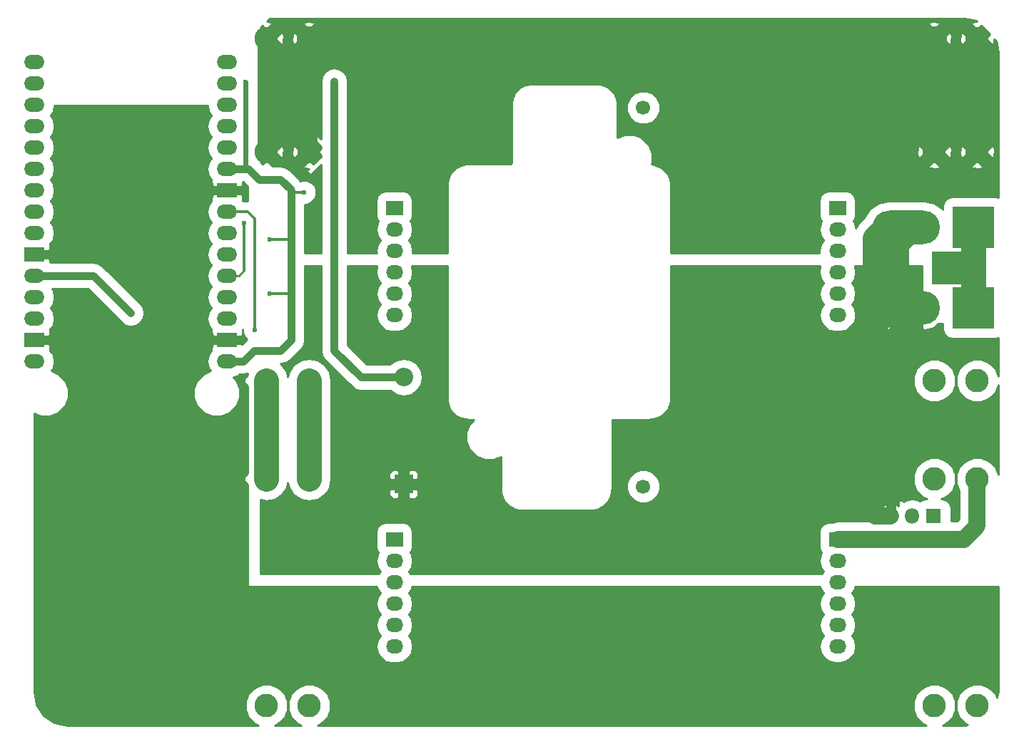
<source format=gbl>
G04 #@! TF.FileFunction,Copper,L2,Bot,Signal*
%FSLAX46Y46*%
G04 Gerber Fmt 4.6, Leading zero omitted, Abs format (unit mm)*
G04 Created by KiCad (PCBNEW 4.0.4-stable) date 12/10/17 00:47:25*
%MOMM*%
%LPD*%
G01*
G04 APERTURE LIST*
%ADD10C,0.250000*%
%ADD11C,1.700000*%
%ADD12R,2.200000X2.200000*%
%ADD13O,2.200000X2.200000*%
%ADD14O,8.000000X4.000000*%
%ADD15R,5.000000X5.000000*%
%ADD16R,4.000000X4.000000*%
%ADD17O,2.032000X1.727200*%
%ADD18R,2.032000X1.727200*%
%ADD19C,2.800000*%
%ADD20R,1.800000X1.800000*%
%ADD21O,1.800000X1.800000*%
%ADD22O,2.400000X1.700000*%
%ADD23R,2.400000X1.700000*%
%ADD24C,0.600000*%
%ADD25C,0.900000*%
%ADD26C,3.000000*%
%ADD27C,2.000000*%
%ADD28C,0.300000*%
%ADD29C,0.600000*%
%ADD30C,0.254000*%
G04 APERTURE END LIST*
D10*
D11*
X127160000Y-121560000D03*
X147160000Y-121560000D03*
X147160000Y-76560000D03*
X127160000Y-76560000D03*
D12*
X118745000Y-121285000D03*
D13*
X118745000Y-108585000D03*
D14*
X178340000Y-100330000D03*
D15*
X186340000Y-100330000D03*
D16*
X183340000Y-95630000D03*
D17*
X117625000Y-101175000D03*
X117625000Y-98635000D03*
X117625000Y-96095000D03*
X117625000Y-93555000D03*
X117625000Y-91015000D03*
D18*
X117625000Y-88475000D03*
D19*
X102455980Y-68336160D03*
X107535980Y-68336160D03*
X102453440Y-81798160D03*
X107533440Y-81798160D03*
X102453440Y-108976160D03*
X107533440Y-108976160D03*
X102453440Y-120660160D03*
X107533440Y-120660160D03*
X102453440Y-147584160D03*
X107533440Y-147584160D03*
X181701440Y-68336160D03*
X186781440Y-68336160D03*
X181701440Y-81798160D03*
X186781440Y-81798160D03*
X181701440Y-108976160D03*
X186781440Y-108976160D03*
X181701440Y-120660160D03*
X186781440Y-120660160D03*
X181701440Y-147584160D03*
X186781440Y-147584160D03*
D17*
X117625000Y-140550000D03*
X117625000Y-138010000D03*
X117625000Y-135470000D03*
X117625000Y-132930000D03*
X117625000Y-130390000D03*
D18*
X117625000Y-127850000D03*
D17*
X170200000Y-101175000D03*
X170200000Y-98635000D03*
X170200000Y-96095000D03*
X170200000Y-93555000D03*
X170200000Y-91015000D03*
D18*
X170200000Y-88475000D03*
D17*
X170200000Y-140525000D03*
X170200000Y-137985000D03*
X170200000Y-135445000D03*
X170200000Y-132905000D03*
X170200000Y-130365000D03*
D18*
X170200000Y-127825000D03*
D20*
X181610000Y-125095000D03*
D21*
X179070000Y-125095000D03*
X176530000Y-125095000D03*
D22*
X74930000Y-71120000D03*
D23*
X97790000Y-104140000D03*
D22*
X74930000Y-73660000D03*
X97790000Y-101600000D03*
X74930000Y-76200000D03*
X97790000Y-99060000D03*
X74930000Y-78740000D03*
X97790000Y-96520000D03*
X74930000Y-81280000D03*
X97790000Y-93980000D03*
X74930000Y-83820000D03*
X97790000Y-91440000D03*
X74930000Y-86360000D03*
X97790000Y-88900000D03*
X74930000Y-88900000D03*
D23*
X97790000Y-86360000D03*
D22*
X74930000Y-91440000D03*
X97790000Y-83820000D03*
D23*
X74930000Y-93980000D03*
D22*
X97790000Y-81280000D03*
X74930000Y-96520000D03*
X97790000Y-78740000D03*
X74930000Y-99060000D03*
X97790000Y-76200000D03*
X74930000Y-101600000D03*
X97790000Y-73660000D03*
D23*
X74930000Y-104140000D03*
D22*
X97790000Y-71120000D03*
X74930000Y-106680000D03*
X97790000Y-106680000D03*
D14*
X178340000Y-90805000D03*
D15*
X186340000Y-90805000D03*
D24*
X110490000Y-73406000D03*
X110490000Y-100076000D03*
X110490000Y-93726000D03*
X110490000Y-87376000D03*
X86360000Y-100965000D03*
X106934000Y-86614000D03*
X102870000Y-98679000D03*
X102870000Y-92202000D03*
X99949000Y-73533000D03*
X101092000Y-102997000D03*
X99822000Y-90297000D03*
D25*
X118745000Y-108585000D02*
X113665000Y-108585000D01*
X113665000Y-108585000D02*
X110490000Y-105410000D01*
X110490000Y-105410000D02*
X110490000Y-100076000D01*
X110490000Y-100076000D02*
X110490000Y-93726000D01*
X110490000Y-93726000D02*
X110490000Y-87376000D01*
X110490000Y-87376000D02*
X110490000Y-73406000D01*
D26*
X102453440Y-108976160D02*
X102453440Y-120660160D01*
X107533440Y-108976160D02*
X107533440Y-120660160D01*
X183340000Y-95630000D02*
X186340000Y-95630000D01*
X186085000Y-95885000D02*
X186340000Y-95885000D01*
X186340000Y-95630000D02*
X186085000Y-95885000D01*
X186340000Y-90805000D02*
X186340000Y-95885000D01*
X186340000Y-95885000D02*
X186340000Y-100330000D01*
D27*
X170200000Y-127825000D02*
X185230000Y-127825000D01*
X186781440Y-126273560D02*
X186781440Y-120660160D01*
X185230000Y-127825000D02*
X186781440Y-126273560D01*
D25*
X107533440Y-108976160D02*
X107706160Y-108976160D01*
D27*
X176530000Y-125095000D02*
X174625000Y-125095000D01*
X174625000Y-125095000D02*
X163195000Y-113665000D01*
D26*
X180340000Y-100330000D02*
X177165000Y-97155000D01*
X177165000Y-97155000D02*
X177165000Y-92710000D01*
X177165000Y-92710000D02*
X179070000Y-90805000D01*
X179070000Y-90805000D02*
X180340000Y-90805000D01*
X174625000Y-95885000D02*
X174625000Y-102235000D01*
X174625000Y-102235000D02*
X171450000Y-105410000D01*
X180340000Y-100330000D02*
X176530000Y-100330000D01*
X176530000Y-100330000D02*
X171450000Y-105410000D01*
X171450000Y-105410000D02*
X163195000Y-113665000D01*
X163195000Y-113665000D02*
X149860000Y-127000000D01*
X127160000Y-124620000D02*
X127160000Y-121560000D01*
X129540000Y-127000000D02*
X127160000Y-124620000D01*
X149860000Y-127000000D02*
X129540000Y-127000000D01*
X176530000Y-100330000D02*
X174625000Y-98425000D01*
X180340000Y-90805000D02*
X175895000Y-90805000D01*
X175895000Y-90805000D02*
X174625000Y-92075000D01*
X174625000Y-92075000D02*
X174625000Y-95885000D01*
X174625000Y-95885000D02*
X174625000Y-98425000D01*
X180340000Y-100330000D02*
X179705000Y-100330000D01*
D27*
X176530000Y-125095000D02*
X175895000Y-125095000D01*
D26*
X127160000Y-76560000D02*
X127160000Y-68336160D01*
X127127000Y-69342000D02*
X127127000Y-68336160D01*
X127127000Y-68369160D02*
X127127000Y-69342000D01*
X127160000Y-68336160D02*
X127127000Y-68369160D01*
X107535980Y-68336160D02*
X127127000Y-68336160D01*
X127127000Y-68336160D02*
X181701440Y-68336160D01*
D27*
X186781440Y-68336160D02*
X186781440Y-81798160D01*
X181701440Y-68336160D02*
X181701440Y-81798160D01*
X107533440Y-81798160D02*
X107533440Y-68338700D01*
X107533440Y-68338700D02*
X107535980Y-68336160D01*
X102453440Y-81798160D02*
X102453440Y-68338700D01*
X102453440Y-68338700D02*
X102455980Y-68336160D01*
D25*
X81915000Y-96520000D02*
X74930000Y-96520000D01*
X86360000Y-100965000D02*
X81915000Y-96520000D01*
D28*
X105537000Y-86614000D02*
X105410000Y-86614000D01*
X105410000Y-86614000D02*
X105537000Y-86614000D01*
X106934000Y-86614000D02*
X105410000Y-86614000D01*
D25*
X105410000Y-86614000D02*
X105410000Y-86360000D01*
X97790000Y-106680000D02*
X99695000Y-106680000D01*
D28*
X102870000Y-98679000D02*
X105410000Y-98679000D01*
X105410000Y-98679000D02*
X105283000Y-98679000D01*
X105283000Y-98679000D02*
X105410000Y-98679000D01*
X102870000Y-92202000D02*
X105410000Y-92202000D01*
X105410000Y-92202000D02*
X105283000Y-92202000D01*
X105283000Y-92202000D02*
X105410000Y-92202000D01*
D29*
X99949000Y-73533000D02*
X99949000Y-83820000D01*
D28*
X99949000Y-83820000D02*
X100076000Y-83820000D01*
X100076000Y-83820000D02*
X99949000Y-83820000D01*
D25*
X99695000Y-106680000D02*
X100965000Y-105410000D01*
X100965000Y-105410000D02*
X104140000Y-105410000D01*
X104140000Y-105410000D02*
X105410000Y-104140000D01*
X105410000Y-104140000D02*
X105410000Y-98679000D01*
X105410000Y-98679000D02*
X105410000Y-92202000D01*
X105410000Y-92202000D02*
X105410000Y-86614000D01*
X105410000Y-86360000D02*
X105283000Y-86233000D01*
X100330000Y-83820000D02*
X99949000Y-83820000D01*
X105283000Y-86233000D02*
X104140000Y-85090000D01*
X104140000Y-85090000D02*
X101600000Y-85090000D01*
X101600000Y-85090000D02*
X100330000Y-83820000D01*
X99949000Y-83820000D02*
X97790000Y-83820000D01*
D28*
X101092000Y-90043000D02*
X101092000Y-89789000D01*
X100203000Y-88900000D02*
X97790000Y-88900000D01*
X101092000Y-89789000D02*
X100203000Y-88900000D01*
X101092000Y-102997000D02*
X101092000Y-90043000D01*
D10*
X99187000Y-96520000D02*
X97790000Y-96520000D01*
X99822000Y-95885000D02*
X99187000Y-96520000D01*
D28*
X99822000Y-90297000D02*
X99822000Y-95885000D01*
D30*
G36*
X186669211Y-66244032D02*
X186721555Y-66296376D01*
X186554729Y-66281921D01*
X186204771Y-66351533D01*
X186019842Y-66584613D01*
X186781440Y-67346211D01*
X187276415Y-66851236D01*
X188266364Y-67841185D01*
X187771389Y-68336160D01*
X188532987Y-69097758D01*
X188766067Y-68912829D01*
X188811673Y-68386494D01*
X189025967Y-68600788D01*
X189298000Y-69968388D01*
X189298000Y-87253930D01*
X189287056Y-87246452D01*
X188840000Y-87155921D01*
X183840000Y-87155921D01*
X183422359Y-87234506D01*
X183038781Y-87481331D01*
X182781452Y-87857944D01*
X182690921Y-88305000D01*
X182690921Y-88652774D01*
X182651567Y-88593877D01*
X181637095Y-87916029D01*
X180440444Y-87678000D01*
X176239556Y-87678000D01*
X175042905Y-87916029D01*
X174028433Y-88593877D01*
X173350585Y-89608349D01*
X173344147Y-89640713D01*
X172767430Y-90217430D01*
X172350465Y-90841462D01*
X172233459Y-90253230D01*
X172095818Y-90047236D01*
X172274548Y-89785656D01*
X172365079Y-89338600D01*
X172365079Y-87611400D01*
X172286494Y-87193759D01*
X172039669Y-86810181D01*
X171663056Y-86552852D01*
X171216000Y-86462321D01*
X169184000Y-86462321D01*
X168766359Y-86540906D01*
X168382781Y-86787731D01*
X168125452Y-87164344D01*
X168034921Y-87611400D01*
X168034921Y-89338600D01*
X168113506Y-89756241D01*
X168302436Y-90049848D01*
X168166541Y-90253230D01*
X168015016Y-91015000D01*
X168166541Y-91776770D01*
X168506130Y-92285000D01*
X168166541Y-92793230D01*
X168015016Y-93555000D01*
X168074292Y-93853000D01*
X150427000Y-93853000D01*
X150427000Y-85725000D01*
X150403904Y-85608889D01*
X150403904Y-85490501D01*
X150307231Y-85004493D01*
X150168859Y-84670434D01*
X150127754Y-84571197D01*
X149852453Y-84159180D01*
X149852451Y-84159178D01*
X149852451Y-84159177D01*
X149520823Y-83827549D01*
X149520821Y-83827548D01*
X149520820Y-83827547D01*
X149108802Y-83552246D01*
X149102673Y-83549707D01*
X180939842Y-83549707D01*
X181124771Y-83782787D01*
X181928151Y-83852399D01*
X182278109Y-83782787D01*
X182463038Y-83549707D01*
X186019842Y-83549707D01*
X186204771Y-83782787D01*
X187008151Y-83852399D01*
X187358109Y-83782787D01*
X187543038Y-83549707D01*
X186781440Y-82788109D01*
X186019842Y-83549707D01*
X182463038Y-83549707D01*
X181701440Y-82788109D01*
X180939842Y-83549707D01*
X149102673Y-83549707D01*
X148675506Y-83372769D01*
X148189499Y-83276096D01*
X148098032Y-83276096D01*
X148206526Y-83014814D01*
X148207389Y-82024871D01*
X179647201Y-82024871D01*
X179716813Y-82374829D01*
X179949893Y-82559758D01*
X180711491Y-81798160D01*
X182691389Y-81798160D01*
X183452987Y-82559758D01*
X183686067Y-82374829D01*
X183716390Y-82024871D01*
X184727201Y-82024871D01*
X184796813Y-82374829D01*
X185029893Y-82559758D01*
X185791491Y-81798160D01*
X187771389Y-81798160D01*
X188532987Y-82559758D01*
X188766067Y-82374829D01*
X188835679Y-81571449D01*
X188766067Y-81221491D01*
X188532987Y-81036562D01*
X187771389Y-81798160D01*
X185791491Y-81798160D01*
X185029893Y-81036562D01*
X184796813Y-81221491D01*
X184727201Y-82024871D01*
X183716390Y-82024871D01*
X183755679Y-81571449D01*
X183686067Y-81221491D01*
X183452987Y-81036562D01*
X182691389Y-81798160D01*
X180711491Y-81798160D01*
X179949893Y-81036562D01*
X179716813Y-81221491D01*
X179647201Y-82024871D01*
X148207389Y-82024871D01*
X148207472Y-81929946D01*
X147793186Y-80927297D01*
X147026738Y-80159510D01*
X146754853Y-80046613D01*
X180939842Y-80046613D01*
X181701440Y-80808211D01*
X182463038Y-80046613D01*
X186019842Y-80046613D01*
X186781440Y-80808211D01*
X187543038Y-80046613D01*
X187358109Y-79813533D01*
X186554729Y-79743921D01*
X186204771Y-79813533D01*
X186019842Y-80046613D01*
X182463038Y-80046613D01*
X182278109Y-79813533D01*
X181474729Y-79743921D01*
X181124771Y-79813533D01*
X180939842Y-80046613D01*
X146754853Y-80046613D01*
X146024814Y-79743474D01*
X144939946Y-79742528D01*
X144077000Y-80099090D01*
X144077000Y-76951524D01*
X145182657Y-76951524D01*
X145483003Y-77678418D01*
X146038657Y-78235042D01*
X146765025Y-78536656D01*
X147551524Y-78537343D01*
X148278418Y-78236997D01*
X148835042Y-77681343D01*
X149136656Y-76954975D01*
X149137343Y-76168476D01*
X148836997Y-75441582D01*
X148281343Y-74884958D01*
X147554975Y-74583344D01*
X146768476Y-74582657D01*
X146041582Y-74883003D01*
X145484958Y-75438657D01*
X145183344Y-76165025D01*
X145182657Y-76951524D01*
X144077000Y-76951524D01*
X144077000Y-76200000D01*
X144053904Y-76083889D01*
X144053904Y-75965501D01*
X143957231Y-75479493D01*
X143795689Y-75089497D01*
X143777754Y-75046197D01*
X143502453Y-74634180D01*
X143502451Y-74634178D01*
X143502451Y-74634177D01*
X143170823Y-74302549D01*
X143170821Y-74302548D01*
X143170820Y-74302547D01*
X142758802Y-74027246D01*
X142325506Y-73847769D01*
X141839499Y-73751096D01*
X141721111Y-73751096D01*
X141605000Y-73728000D01*
X133985000Y-73728000D01*
X133868889Y-73751096D01*
X133750501Y-73751096D01*
X133264493Y-73847769D01*
X133010674Y-73952905D01*
X132831197Y-74027246D01*
X132419180Y-74302547D01*
X132419179Y-74302548D01*
X132419177Y-74302549D01*
X132087549Y-74634177D01*
X132087549Y-74634178D01*
X132087547Y-74634180D01*
X131812246Y-75046198D01*
X131686383Y-75350058D01*
X131632769Y-75479494D01*
X131536096Y-75965501D01*
X131536096Y-76083889D01*
X131513000Y-76200000D01*
X131513000Y-83066613D01*
X131486067Y-83202013D01*
X131476433Y-83216432D01*
X131462012Y-83226067D01*
X131326612Y-83253000D01*
X126365000Y-83253000D01*
X126248889Y-83276096D01*
X126130501Y-83276096D01*
X125644493Y-83372769D01*
X125390674Y-83477905D01*
X125211197Y-83552246D01*
X124799180Y-83827547D01*
X124799179Y-83827548D01*
X124799177Y-83827549D01*
X124467549Y-84159177D01*
X124467549Y-84159178D01*
X124467547Y-84159180D01*
X124192246Y-84571198D01*
X124076799Y-84849912D01*
X124012769Y-85004494D01*
X123916096Y-85490501D01*
X123916096Y-85608889D01*
X123893000Y-85725000D01*
X123893000Y-93853000D01*
X119750708Y-93853000D01*
X119809984Y-93555000D01*
X119658459Y-92793230D01*
X119318870Y-92285000D01*
X119658459Y-91776770D01*
X119809984Y-91015000D01*
X119658459Y-90253230D01*
X119520818Y-90047236D01*
X119699548Y-89785656D01*
X119790079Y-89338600D01*
X119790079Y-87611400D01*
X119711494Y-87193759D01*
X119464669Y-86810181D01*
X119088056Y-86552852D01*
X118641000Y-86462321D01*
X116609000Y-86462321D01*
X116191359Y-86540906D01*
X115807781Y-86787731D01*
X115550452Y-87164344D01*
X115459921Y-87611400D01*
X115459921Y-89338600D01*
X115538506Y-89756241D01*
X115727436Y-90049848D01*
X115591541Y-90253230D01*
X115440016Y-91015000D01*
X115591541Y-91776770D01*
X115931130Y-92285000D01*
X115591541Y-92793230D01*
X115440016Y-93555000D01*
X115499292Y-93853000D01*
X112067000Y-93853000D01*
X112067000Y-77765970D01*
X126555071Y-77765970D01*
X126654647Y-77978612D01*
X127235994Y-78064018D01*
X127665353Y-77978612D01*
X127764929Y-77765970D01*
X127160000Y-77161041D01*
X126555071Y-77765970D01*
X112067000Y-77765970D01*
X112067000Y-76635994D01*
X125655982Y-76635994D01*
X125741388Y-77065353D01*
X125954030Y-77164929D01*
X126558959Y-76560000D01*
X127761041Y-76560000D01*
X128365970Y-77164929D01*
X128578612Y-77065353D01*
X128664018Y-76484006D01*
X128578612Y-76054647D01*
X128365970Y-75955071D01*
X127761041Y-76560000D01*
X126558959Y-76560000D01*
X125954030Y-75955071D01*
X125741388Y-76054647D01*
X125655982Y-76635994D01*
X112067000Y-76635994D01*
X112067000Y-75354030D01*
X126555071Y-75354030D01*
X127160000Y-75958959D01*
X127764929Y-75354030D01*
X127665353Y-75141388D01*
X127084006Y-75055982D01*
X126654647Y-75141388D01*
X126555071Y-75354030D01*
X112067000Y-75354030D01*
X112067000Y-73406000D01*
X111946958Y-72802508D01*
X111605107Y-72290893D01*
X111093492Y-71949042D01*
X110490000Y-71829000D01*
X109886508Y-71949042D01*
X109374893Y-72290893D01*
X109033042Y-72802508D01*
X108913000Y-73406000D01*
X108913000Y-80258468D01*
X107668654Y-79014122D01*
X107198977Y-79483798D01*
X107473555Y-79758376D01*
X107306729Y-79743921D01*
X106956771Y-79813533D01*
X106771842Y-80046613D01*
X107533440Y-80808211D01*
X108028415Y-80313236D01*
X108913000Y-81197821D01*
X108913000Y-81408549D01*
X108523389Y-81798160D01*
X108913000Y-82187771D01*
X108913000Y-82398499D01*
X108028415Y-83283084D01*
X107533440Y-82788109D01*
X106771842Y-83549707D01*
X106956771Y-83782787D01*
X107483106Y-83828393D01*
X107198977Y-84112522D01*
X107668654Y-84582198D01*
X108913000Y-83337852D01*
X108913000Y-93853000D01*
X106987000Y-93853000D01*
X106987000Y-88041047D01*
X107216603Y-88041248D01*
X107741275Y-87824457D01*
X108143047Y-87423386D01*
X108360752Y-86899093D01*
X108361248Y-86331397D01*
X108144457Y-85806725D01*
X107743386Y-85404953D01*
X107219093Y-85187248D01*
X106651397Y-85186752D01*
X106520890Y-85240676D01*
X105255107Y-83974893D01*
X104743492Y-83633042D01*
X104140000Y-83513000D01*
X103178331Y-83513000D01*
X102453440Y-82788109D01*
X101990882Y-83250667D01*
X101727000Y-82986785D01*
X101727000Y-81798160D01*
X103443389Y-81798160D01*
X104204987Y-82559758D01*
X104438067Y-82374829D01*
X104468390Y-82024871D01*
X105479201Y-82024871D01*
X105548813Y-82374829D01*
X105781893Y-82559758D01*
X106543491Y-81798160D01*
X105781893Y-81036562D01*
X105548813Y-81221491D01*
X105479201Y-82024871D01*
X104468390Y-82024871D01*
X104507679Y-81571449D01*
X104438067Y-81221491D01*
X104204987Y-81036562D01*
X103443389Y-81798160D01*
X101727000Y-81798160D01*
X101727000Y-80544701D01*
X101958465Y-80313236D01*
X102453440Y-80808211D01*
X103215038Y-80046613D01*
X103030109Y-79813533D01*
X102503774Y-79767927D01*
X102787903Y-79483798D01*
X102318226Y-79014122D01*
X101727000Y-79605348D01*
X101727000Y-70526432D01*
X102320766Y-71120198D01*
X102790443Y-70650522D01*
X102515865Y-70375944D01*
X102682691Y-70390399D01*
X103032649Y-70320787D01*
X103217578Y-70087707D01*
X106774382Y-70087707D01*
X106959311Y-70320787D01*
X107762691Y-70390399D01*
X108112649Y-70320787D01*
X108297578Y-70087707D01*
X180939842Y-70087707D01*
X181124771Y-70320787D01*
X181928151Y-70390399D01*
X182278109Y-70320787D01*
X182463038Y-70087707D01*
X186019842Y-70087707D01*
X186204771Y-70320787D01*
X187008151Y-70390399D01*
X187358109Y-70320787D01*
X187543038Y-70087707D01*
X186781440Y-69326109D01*
X186019842Y-70087707D01*
X182463038Y-70087707D01*
X181701440Y-69326109D01*
X180939842Y-70087707D01*
X108297578Y-70087707D01*
X107535980Y-69326109D01*
X106774382Y-70087707D01*
X103217578Y-70087707D01*
X102455980Y-69326109D01*
X101961005Y-69821084D01*
X101727000Y-69587079D01*
X101727000Y-68336160D01*
X103445929Y-68336160D01*
X104207527Y-69097758D01*
X104440607Y-68912829D01*
X104470930Y-68562871D01*
X105481741Y-68562871D01*
X105551353Y-68912829D01*
X105784433Y-69097758D01*
X106546031Y-68336160D01*
X108525929Y-68336160D01*
X109287527Y-69097758D01*
X109520607Y-68912829D01*
X109550930Y-68562871D01*
X179647201Y-68562871D01*
X179716813Y-68912829D01*
X179949893Y-69097758D01*
X180711491Y-68336160D01*
X182691389Y-68336160D01*
X183452987Y-69097758D01*
X183686067Y-68912829D01*
X183716390Y-68562871D01*
X184727201Y-68562871D01*
X184796813Y-68912829D01*
X185029893Y-69097758D01*
X185791491Y-68336160D01*
X185029893Y-67574562D01*
X184796813Y-67759491D01*
X184727201Y-68562871D01*
X183716390Y-68562871D01*
X183755679Y-68109449D01*
X183686067Y-67759491D01*
X183452987Y-67574562D01*
X182691389Y-68336160D01*
X180711491Y-68336160D01*
X179949893Y-67574562D01*
X179716813Y-67759491D01*
X179647201Y-68562871D01*
X109550930Y-68562871D01*
X109590219Y-68109449D01*
X109520607Y-67759491D01*
X109287527Y-67574562D01*
X108525929Y-68336160D01*
X106546031Y-68336160D01*
X105784433Y-67574562D01*
X105551353Y-67759491D01*
X105481741Y-68562871D01*
X104470930Y-68562871D01*
X104510219Y-68109449D01*
X104440607Y-67759491D01*
X104207527Y-67574562D01*
X103445929Y-68336160D01*
X101727000Y-68336160D01*
X101727000Y-67085241D01*
X101961005Y-66851236D01*
X102455980Y-67346211D01*
X103217578Y-66584613D01*
X106774382Y-66584613D01*
X107535980Y-67346211D01*
X108297578Y-66584613D01*
X180939842Y-66584613D01*
X181701440Y-67346211D01*
X182463038Y-66584613D01*
X182278109Y-66351533D01*
X181474729Y-66281921D01*
X181124771Y-66351533D01*
X180939842Y-66584613D01*
X108297578Y-66584613D01*
X108112649Y-66351533D01*
X107309269Y-66281921D01*
X106959311Y-66351533D01*
X106774382Y-66584613D01*
X103217578Y-66584613D01*
X103032649Y-66351533D01*
X102506314Y-66305927D01*
X102790443Y-66021798D01*
X102740645Y-65972000D01*
X185301612Y-65972000D01*
X186669211Y-66244032D01*
X186669211Y-66244032D01*
G37*
X186669211Y-66244032D02*
X186721555Y-66296376D01*
X186554729Y-66281921D01*
X186204771Y-66351533D01*
X186019842Y-66584613D01*
X186781440Y-67346211D01*
X187276415Y-66851236D01*
X188266364Y-67841185D01*
X187771389Y-68336160D01*
X188532987Y-69097758D01*
X188766067Y-68912829D01*
X188811673Y-68386494D01*
X189025967Y-68600788D01*
X189298000Y-69968388D01*
X189298000Y-87253930D01*
X189287056Y-87246452D01*
X188840000Y-87155921D01*
X183840000Y-87155921D01*
X183422359Y-87234506D01*
X183038781Y-87481331D01*
X182781452Y-87857944D01*
X182690921Y-88305000D01*
X182690921Y-88652774D01*
X182651567Y-88593877D01*
X181637095Y-87916029D01*
X180440444Y-87678000D01*
X176239556Y-87678000D01*
X175042905Y-87916029D01*
X174028433Y-88593877D01*
X173350585Y-89608349D01*
X173344147Y-89640713D01*
X172767430Y-90217430D01*
X172350465Y-90841462D01*
X172233459Y-90253230D01*
X172095818Y-90047236D01*
X172274548Y-89785656D01*
X172365079Y-89338600D01*
X172365079Y-87611400D01*
X172286494Y-87193759D01*
X172039669Y-86810181D01*
X171663056Y-86552852D01*
X171216000Y-86462321D01*
X169184000Y-86462321D01*
X168766359Y-86540906D01*
X168382781Y-86787731D01*
X168125452Y-87164344D01*
X168034921Y-87611400D01*
X168034921Y-89338600D01*
X168113506Y-89756241D01*
X168302436Y-90049848D01*
X168166541Y-90253230D01*
X168015016Y-91015000D01*
X168166541Y-91776770D01*
X168506130Y-92285000D01*
X168166541Y-92793230D01*
X168015016Y-93555000D01*
X168074292Y-93853000D01*
X150427000Y-93853000D01*
X150427000Y-85725000D01*
X150403904Y-85608889D01*
X150403904Y-85490501D01*
X150307231Y-85004493D01*
X150168859Y-84670434D01*
X150127754Y-84571197D01*
X149852453Y-84159180D01*
X149852451Y-84159178D01*
X149852451Y-84159177D01*
X149520823Y-83827549D01*
X149520821Y-83827548D01*
X149520820Y-83827547D01*
X149108802Y-83552246D01*
X149102673Y-83549707D01*
X180939842Y-83549707D01*
X181124771Y-83782787D01*
X181928151Y-83852399D01*
X182278109Y-83782787D01*
X182463038Y-83549707D01*
X186019842Y-83549707D01*
X186204771Y-83782787D01*
X187008151Y-83852399D01*
X187358109Y-83782787D01*
X187543038Y-83549707D01*
X186781440Y-82788109D01*
X186019842Y-83549707D01*
X182463038Y-83549707D01*
X181701440Y-82788109D01*
X180939842Y-83549707D01*
X149102673Y-83549707D01*
X148675506Y-83372769D01*
X148189499Y-83276096D01*
X148098032Y-83276096D01*
X148206526Y-83014814D01*
X148207389Y-82024871D01*
X179647201Y-82024871D01*
X179716813Y-82374829D01*
X179949893Y-82559758D01*
X180711491Y-81798160D01*
X182691389Y-81798160D01*
X183452987Y-82559758D01*
X183686067Y-82374829D01*
X183716390Y-82024871D01*
X184727201Y-82024871D01*
X184796813Y-82374829D01*
X185029893Y-82559758D01*
X185791491Y-81798160D01*
X187771389Y-81798160D01*
X188532987Y-82559758D01*
X188766067Y-82374829D01*
X188835679Y-81571449D01*
X188766067Y-81221491D01*
X188532987Y-81036562D01*
X187771389Y-81798160D01*
X185791491Y-81798160D01*
X185029893Y-81036562D01*
X184796813Y-81221491D01*
X184727201Y-82024871D01*
X183716390Y-82024871D01*
X183755679Y-81571449D01*
X183686067Y-81221491D01*
X183452987Y-81036562D01*
X182691389Y-81798160D01*
X180711491Y-81798160D01*
X179949893Y-81036562D01*
X179716813Y-81221491D01*
X179647201Y-82024871D01*
X148207389Y-82024871D01*
X148207472Y-81929946D01*
X147793186Y-80927297D01*
X147026738Y-80159510D01*
X146754853Y-80046613D01*
X180939842Y-80046613D01*
X181701440Y-80808211D01*
X182463038Y-80046613D01*
X186019842Y-80046613D01*
X186781440Y-80808211D01*
X187543038Y-80046613D01*
X187358109Y-79813533D01*
X186554729Y-79743921D01*
X186204771Y-79813533D01*
X186019842Y-80046613D01*
X182463038Y-80046613D01*
X182278109Y-79813533D01*
X181474729Y-79743921D01*
X181124771Y-79813533D01*
X180939842Y-80046613D01*
X146754853Y-80046613D01*
X146024814Y-79743474D01*
X144939946Y-79742528D01*
X144077000Y-80099090D01*
X144077000Y-76951524D01*
X145182657Y-76951524D01*
X145483003Y-77678418D01*
X146038657Y-78235042D01*
X146765025Y-78536656D01*
X147551524Y-78537343D01*
X148278418Y-78236997D01*
X148835042Y-77681343D01*
X149136656Y-76954975D01*
X149137343Y-76168476D01*
X148836997Y-75441582D01*
X148281343Y-74884958D01*
X147554975Y-74583344D01*
X146768476Y-74582657D01*
X146041582Y-74883003D01*
X145484958Y-75438657D01*
X145183344Y-76165025D01*
X145182657Y-76951524D01*
X144077000Y-76951524D01*
X144077000Y-76200000D01*
X144053904Y-76083889D01*
X144053904Y-75965501D01*
X143957231Y-75479493D01*
X143795689Y-75089497D01*
X143777754Y-75046197D01*
X143502453Y-74634180D01*
X143502451Y-74634178D01*
X143502451Y-74634177D01*
X143170823Y-74302549D01*
X143170821Y-74302548D01*
X143170820Y-74302547D01*
X142758802Y-74027246D01*
X142325506Y-73847769D01*
X141839499Y-73751096D01*
X141721111Y-73751096D01*
X141605000Y-73728000D01*
X133985000Y-73728000D01*
X133868889Y-73751096D01*
X133750501Y-73751096D01*
X133264493Y-73847769D01*
X133010674Y-73952905D01*
X132831197Y-74027246D01*
X132419180Y-74302547D01*
X132419179Y-74302548D01*
X132419177Y-74302549D01*
X132087549Y-74634177D01*
X132087549Y-74634178D01*
X132087547Y-74634180D01*
X131812246Y-75046198D01*
X131686383Y-75350058D01*
X131632769Y-75479494D01*
X131536096Y-75965501D01*
X131536096Y-76083889D01*
X131513000Y-76200000D01*
X131513000Y-83066613D01*
X131486067Y-83202013D01*
X131476433Y-83216432D01*
X131462012Y-83226067D01*
X131326612Y-83253000D01*
X126365000Y-83253000D01*
X126248889Y-83276096D01*
X126130501Y-83276096D01*
X125644493Y-83372769D01*
X125390674Y-83477905D01*
X125211197Y-83552246D01*
X124799180Y-83827547D01*
X124799179Y-83827548D01*
X124799177Y-83827549D01*
X124467549Y-84159177D01*
X124467549Y-84159178D01*
X124467547Y-84159180D01*
X124192246Y-84571198D01*
X124076799Y-84849912D01*
X124012769Y-85004494D01*
X123916096Y-85490501D01*
X123916096Y-85608889D01*
X123893000Y-85725000D01*
X123893000Y-93853000D01*
X119750708Y-93853000D01*
X119809984Y-93555000D01*
X119658459Y-92793230D01*
X119318870Y-92285000D01*
X119658459Y-91776770D01*
X119809984Y-91015000D01*
X119658459Y-90253230D01*
X119520818Y-90047236D01*
X119699548Y-89785656D01*
X119790079Y-89338600D01*
X119790079Y-87611400D01*
X119711494Y-87193759D01*
X119464669Y-86810181D01*
X119088056Y-86552852D01*
X118641000Y-86462321D01*
X116609000Y-86462321D01*
X116191359Y-86540906D01*
X115807781Y-86787731D01*
X115550452Y-87164344D01*
X115459921Y-87611400D01*
X115459921Y-89338600D01*
X115538506Y-89756241D01*
X115727436Y-90049848D01*
X115591541Y-90253230D01*
X115440016Y-91015000D01*
X115591541Y-91776770D01*
X115931130Y-92285000D01*
X115591541Y-92793230D01*
X115440016Y-93555000D01*
X115499292Y-93853000D01*
X112067000Y-93853000D01*
X112067000Y-77765970D01*
X126555071Y-77765970D01*
X126654647Y-77978612D01*
X127235994Y-78064018D01*
X127665353Y-77978612D01*
X127764929Y-77765970D01*
X127160000Y-77161041D01*
X126555071Y-77765970D01*
X112067000Y-77765970D01*
X112067000Y-76635994D01*
X125655982Y-76635994D01*
X125741388Y-77065353D01*
X125954030Y-77164929D01*
X126558959Y-76560000D01*
X127761041Y-76560000D01*
X128365970Y-77164929D01*
X128578612Y-77065353D01*
X128664018Y-76484006D01*
X128578612Y-76054647D01*
X128365970Y-75955071D01*
X127761041Y-76560000D01*
X126558959Y-76560000D01*
X125954030Y-75955071D01*
X125741388Y-76054647D01*
X125655982Y-76635994D01*
X112067000Y-76635994D01*
X112067000Y-75354030D01*
X126555071Y-75354030D01*
X127160000Y-75958959D01*
X127764929Y-75354030D01*
X127665353Y-75141388D01*
X127084006Y-75055982D01*
X126654647Y-75141388D01*
X126555071Y-75354030D01*
X112067000Y-75354030D01*
X112067000Y-73406000D01*
X111946958Y-72802508D01*
X111605107Y-72290893D01*
X111093492Y-71949042D01*
X110490000Y-71829000D01*
X109886508Y-71949042D01*
X109374893Y-72290893D01*
X109033042Y-72802508D01*
X108913000Y-73406000D01*
X108913000Y-80258468D01*
X107668654Y-79014122D01*
X107198977Y-79483798D01*
X107473555Y-79758376D01*
X107306729Y-79743921D01*
X106956771Y-79813533D01*
X106771842Y-80046613D01*
X107533440Y-80808211D01*
X108028415Y-80313236D01*
X108913000Y-81197821D01*
X108913000Y-81408549D01*
X108523389Y-81798160D01*
X108913000Y-82187771D01*
X108913000Y-82398499D01*
X108028415Y-83283084D01*
X107533440Y-82788109D01*
X106771842Y-83549707D01*
X106956771Y-83782787D01*
X107483106Y-83828393D01*
X107198977Y-84112522D01*
X107668654Y-84582198D01*
X108913000Y-83337852D01*
X108913000Y-93853000D01*
X106987000Y-93853000D01*
X106987000Y-88041047D01*
X107216603Y-88041248D01*
X107741275Y-87824457D01*
X108143047Y-87423386D01*
X108360752Y-86899093D01*
X108361248Y-86331397D01*
X108144457Y-85806725D01*
X107743386Y-85404953D01*
X107219093Y-85187248D01*
X106651397Y-85186752D01*
X106520890Y-85240676D01*
X105255107Y-83974893D01*
X104743492Y-83633042D01*
X104140000Y-83513000D01*
X103178331Y-83513000D01*
X102453440Y-82788109D01*
X101990882Y-83250667D01*
X101727000Y-82986785D01*
X101727000Y-81798160D01*
X103443389Y-81798160D01*
X104204987Y-82559758D01*
X104438067Y-82374829D01*
X104468390Y-82024871D01*
X105479201Y-82024871D01*
X105548813Y-82374829D01*
X105781893Y-82559758D01*
X106543491Y-81798160D01*
X105781893Y-81036562D01*
X105548813Y-81221491D01*
X105479201Y-82024871D01*
X104468390Y-82024871D01*
X104507679Y-81571449D01*
X104438067Y-81221491D01*
X104204987Y-81036562D01*
X103443389Y-81798160D01*
X101727000Y-81798160D01*
X101727000Y-80544701D01*
X101958465Y-80313236D01*
X102453440Y-80808211D01*
X103215038Y-80046613D01*
X103030109Y-79813533D01*
X102503774Y-79767927D01*
X102787903Y-79483798D01*
X102318226Y-79014122D01*
X101727000Y-79605348D01*
X101727000Y-70526432D01*
X102320766Y-71120198D01*
X102790443Y-70650522D01*
X102515865Y-70375944D01*
X102682691Y-70390399D01*
X103032649Y-70320787D01*
X103217578Y-70087707D01*
X106774382Y-70087707D01*
X106959311Y-70320787D01*
X107762691Y-70390399D01*
X108112649Y-70320787D01*
X108297578Y-70087707D01*
X180939842Y-70087707D01*
X181124771Y-70320787D01*
X181928151Y-70390399D01*
X182278109Y-70320787D01*
X182463038Y-70087707D01*
X186019842Y-70087707D01*
X186204771Y-70320787D01*
X187008151Y-70390399D01*
X187358109Y-70320787D01*
X187543038Y-70087707D01*
X186781440Y-69326109D01*
X186019842Y-70087707D01*
X182463038Y-70087707D01*
X181701440Y-69326109D01*
X180939842Y-70087707D01*
X108297578Y-70087707D01*
X107535980Y-69326109D01*
X106774382Y-70087707D01*
X103217578Y-70087707D01*
X102455980Y-69326109D01*
X101961005Y-69821084D01*
X101727000Y-69587079D01*
X101727000Y-68336160D01*
X103445929Y-68336160D01*
X104207527Y-69097758D01*
X104440607Y-68912829D01*
X104470930Y-68562871D01*
X105481741Y-68562871D01*
X105551353Y-68912829D01*
X105784433Y-69097758D01*
X106546031Y-68336160D01*
X108525929Y-68336160D01*
X109287527Y-69097758D01*
X109520607Y-68912829D01*
X109550930Y-68562871D01*
X179647201Y-68562871D01*
X179716813Y-68912829D01*
X179949893Y-69097758D01*
X180711491Y-68336160D01*
X182691389Y-68336160D01*
X183452987Y-69097758D01*
X183686067Y-68912829D01*
X183716390Y-68562871D01*
X184727201Y-68562871D01*
X184796813Y-68912829D01*
X185029893Y-69097758D01*
X185791491Y-68336160D01*
X185029893Y-67574562D01*
X184796813Y-67759491D01*
X184727201Y-68562871D01*
X183716390Y-68562871D01*
X183755679Y-68109449D01*
X183686067Y-67759491D01*
X183452987Y-67574562D01*
X182691389Y-68336160D01*
X180711491Y-68336160D01*
X179949893Y-67574562D01*
X179716813Y-67759491D01*
X179647201Y-68562871D01*
X109550930Y-68562871D01*
X109590219Y-68109449D01*
X109520607Y-67759491D01*
X109287527Y-67574562D01*
X108525929Y-68336160D01*
X106546031Y-68336160D01*
X105784433Y-67574562D01*
X105551353Y-67759491D01*
X105481741Y-68562871D01*
X104470930Y-68562871D01*
X104510219Y-68109449D01*
X104440607Y-67759491D01*
X104207527Y-67574562D01*
X103445929Y-68336160D01*
X101727000Y-68336160D01*
X101727000Y-67085241D01*
X101961005Y-66851236D01*
X102455980Y-67346211D01*
X103217578Y-66584613D01*
X106774382Y-66584613D01*
X107535980Y-67346211D01*
X108297578Y-66584613D01*
X180939842Y-66584613D01*
X181701440Y-67346211D01*
X182463038Y-66584613D01*
X182278109Y-66351533D01*
X181474729Y-66281921D01*
X181124771Y-66351533D01*
X180939842Y-66584613D01*
X108297578Y-66584613D01*
X108112649Y-66351533D01*
X107309269Y-66281921D01*
X106959311Y-66351533D01*
X106774382Y-66584613D01*
X103217578Y-66584613D01*
X103032649Y-66351533D01*
X102506314Y-66305927D01*
X102790443Y-66021798D01*
X102740645Y-65972000D01*
X185301612Y-65972000D01*
X186669211Y-66244032D01*
G36*
X108913000Y-105410000D02*
X109033042Y-106013492D01*
X109374893Y-106525107D01*
X112549893Y-109700107D01*
X113061508Y-110041958D01*
X113665000Y-110162000D01*
X117142639Y-110162000D01*
X117170273Y-110203357D01*
X117892764Y-110686110D01*
X118745000Y-110855630D01*
X119597236Y-110686110D01*
X120319727Y-110203357D01*
X120802480Y-109480866D01*
X120972000Y-108628630D01*
X120972000Y-108541370D01*
X120802480Y-107689134D01*
X120319727Y-106966643D01*
X119597236Y-106483890D01*
X118745000Y-106314370D01*
X117892764Y-106483890D01*
X117170273Y-106966643D01*
X117142639Y-107008000D01*
X114318214Y-107008000D01*
X112067000Y-104756786D01*
X112067000Y-95377000D01*
X115582835Y-95377000D01*
X115440016Y-96095000D01*
X115591541Y-96856770D01*
X115931130Y-97365000D01*
X115591541Y-97873230D01*
X115440016Y-98635000D01*
X115591541Y-99396770D01*
X115931130Y-99905000D01*
X115591541Y-100413230D01*
X115440016Y-101175000D01*
X115591541Y-101936770D01*
X116023049Y-102582567D01*
X116668846Y-103014075D01*
X117430616Y-103165600D01*
X117819384Y-103165600D01*
X118581154Y-103014075D01*
X119226951Y-102582567D01*
X119658459Y-101936770D01*
X119809984Y-101175000D01*
X119658459Y-100413230D01*
X119318870Y-99905000D01*
X119658459Y-99396770D01*
X119809984Y-98635000D01*
X119658459Y-97873230D01*
X119318870Y-97365000D01*
X119658459Y-96856770D01*
X119809984Y-96095000D01*
X119667165Y-95377000D01*
X123893000Y-95377000D01*
X123893000Y-111125000D01*
X123916096Y-111241111D01*
X123916096Y-111359499D01*
X124012769Y-111845506D01*
X124192246Y-112278802D01*
X124467547Y-112690820D01*
X124467548Y-112690821D01*
X124467549Y-112690823D01*
X124799177Y-113022451D01*
X124799179Y-113022452D01*
X124799180Y-113022453D01*
X125211197Y-113297754D01*
X125390674Y-113372095D01*
X125644493Y-113477231D01*
X126130501Y-113573904D01*
X126248889Y-113573904D01*
X126365000Y-113597000D01*
X127036656Y-113597000D01*
X126529510Y-114103262D01*
X126113474Y-115105186D01*
X126112528Y-116190054D01*
X126526814Y-117192703D01*
X127293262Y-117960490D01*
X128295186Y-118376526D01*
X129380054Y-118377472D01*
X130243000Y-118020910D01*
X130243000Y-121920000D01*
X130266096Y-122036111D01*
X130266096Y-122154499D01*
X130362769Y-122640506D01*
X130542246Y-123073802D01*
X130817547Y-123485820D01*
X130817548Y-123485821D01*
X130817549Y-123485823D01*
X131149177Y-123817451D01*
X131149179Y-123817452D01*
X131149180Y-123817453D01*
X131561197Y-124092754D01*
X131691100Y-124146561D01*
X131994493Y-124272231D01*
X132480501Y-124368904D01*
X132598889Y-124368904D01*
X132715000Y-124392000D01*
X140970000Y-124392000D01*
X141086111Y-124368904D01*
X141204499Y-124368904D01*
X141690506Y-124272231D01*
X142123802Y-124092754D01*
X142535820Y-123817453D01*
X142535821Y-123817452D01*
X142535823Y-123817451D01*
X142867451Y-123485823D01*
X142867452Y-123485821D01*
X142867453Y-123485820D01*
X143142754Y-123073803D01*
X143217095Y-122894326D01*
X143322231Y-122640507D01*
X143418904Y-122154499D01*
X143418904Y-122036111D01*
X143435729Y-121951524D01*
X145182657Y-121951524D01*
X145483003Y-122678418D01*
X146038657Y-123235042D01*
X146765025Y-123536656D01*
X147551524Y-123537343D01*
X148278418Y-123236997D01*
X148835042Y-122681343D01*
X149136656Y-121954975D01*
X149137343Y-121168476D01*
X148836997Y-120441582D01*
X148281343Y-119884958D01*
X147554975Y-119583344D01*
X146768476Y-119582657D01*
X146041582Y-119883003D01*
X145484958Y-120438657D01*
X145183344Y-121165025D01*
X145182657Y-121951524D01*
X143435729Y-121951524D01*
X143442000Y-121920000D01*
X143442000Y-113783388D01*
X143468933Y-113647988D01*
X143478568Y-113633567D01*
X143492987Y-113623933D01*
X143628387Y-113597000D01*
X147955000Y-113597000D01*
X148071111Y-113573904D01*
X148189499Y-113573904D01*
X148675506Y-113477231D01*
X149108802Y-113297754D01*
X149520820Y-113022453D01*
X149520821Y-113022452D01*
X149520823Y-113022451D01*
X149852451Y-112690823D01*
X149852452Y-112690821D01*
X149852453Y-112690820D01*
X150127754Y-112278803D01*
X150202157Y-112099177D01*
X150307231Y-111845507D01*
X150403904Y-111359499D01*
X150403904Y-111241111D01*
X150427000Y-111125000D01*
X150427000Y-109476606D01*
X179174002Y-109476606D01*
X179557904Y-110405721D01*
X180268140Y-111117197D01*
X181196583Y-111502721D01*
X182201886Y-111503598D01*
X183131001Y-111119696D01*
X183842477Y-110409460D01*
X184228001Y-109481017D01*
X184228878Y-108475714D01*
X183844976Y-107546599D01*
X183134740Y-106835123D01*
X182206297Y-106449599D01*
X181200994Y-106448722D01*
X180271879Y-106832624D01*
X179560403Y-107542860D01*
X179174879Y-108471303D01*
X179174002Y-109476606D01*
X150427000Y-109476606D01*
X150427000Y-95377000D01*
X168157835Y-95377000D01*
X168015016Y-96095000D01*
X168166541Y-96856770D01*
X168506130Y-97365000D01*
X168166541Y-97873230D01*
X168015016Y-98635000D01*
X168166541Y-99396770D01*
X168506130Y-99905000D01*
X168166541Y-100413230D01*
X168015016Y-101175000D01*
X168166541Y-101936770D01*
X168598049Y-102582567D01*
X169243846Y-103014075D01*
X170005616Y-103165600D01*
X170394384Y-103165600D01*
X171156154Y-103014075D01*
X171801951Y-102582567D01*
X172233459Y-101936770D01*
X172354152Y-101330000D01*
X174081209Y-101330000D01*
X174097118Y-101697703D01*
X174253049Y-102003240D01*
X175052230Y-102674514D01*
X176047462Y-102988857D01*
X176467000Y-102845135D01*
X176467000Y-101330000D01*
X174081209Y-101330000D01*
X172354152Y-101330000D01*
X172384984Y-101175000D01*
X172233459Y-100413230D01*
X171893870Y-99905000D01*
X172233459Y-99396770D01*
X172246740Y-99330000D01*
X174081209Y-99330000D01*
X176467000Y-99330000D01*
X176467000Y-97814865D01*
X176047462Y-97671143D01*
X175052230Y-97985486D01*
X174253049Y-98656760D01*
X174097118Y-98962297D01*
X174081209Y-99330000D01*
X172246740Y-99330000D01*
X172384984Y-98635000D01*
X172233459Y-97873230D01*
X171893870Y-97365000D01*
X172233459Y-96856770D01*
X172384984Y-96095000D01*
X172242165Y-95377000D01*
X180190921Y-95377000D01*
X180190921Y-97630000D01*
X180224937Y-97810776D01*
X180213000Y-97814865D01*
X180213000Y-99330000D01*
X180233000Y-99330000D01*
X180233000Y-101330000D01*
X180213000Y-101330000D01*
X180213000Y-102845135D01*
X180632538Y-102988857D01*
X181627770Y-102674514D01*
X182189126Y-102203002D01*
X182690921Y-102203002D01*
X182690921Y-102830000D01*
X182769506Y-103247641D01*
X183016331Y-103631219D01*
X183392944Y-103888548D01*
X183840000Y-103979079D01*
X188840000Y-103979079D01*
X189257641Y-103900494D01*
X189298000Y-103874524D01*
X189298000Y-108449387D01*
X188924976Y-107546599D01*
X188214740Y-106835123D01*
X187286297Y-106449599D01*
X186280994Y-106448722D01*
X185351879Y-106832624D01*
X184640403Y-107542860D01*
X184254879Y-108471303D01*
X184254002Y-109476606D01*
X184637904Y-110405721D01*
X185348140Y-111117197D01*
X186276583Y-111502721D01*
X187281886Y-111503598D01*
X188211001Y-111119696D01*
X188922477Y-110409460D01*
X189298000Y-109505102D01*
X189298000Y-120133387D01*
X188924976Y-119230599D01*
X188214740Y-118519123D01*
X187286297Y-118133599D01*
X186280994Y-118132722D01*
X185351879Y-118516624D01*
X184640403Y-119226860D01*
X184254879Y-120155303D01*
X184254002Y-121160606D01*
X184637904Y-122089721D01*
X184654440Y-122106286D01*
X184654440Y-125392528D01*
X184348968Y-125698000D01*
X183659079Y-125698000D01*
X183659079Y-124195000D01*
X183580494Y-123777359D01*
X183333669Y-123393781D01*
X182957056Y-123136452D01*
X182533335Y-123050646D01*
X183131001Y-122803696D01*
X183842477Y-122093460D01*
X184228001Y-121165017D01*
X184228878Y-120159714D01*
X183844976Y-119230599D01*
X183134740Y-118519123D01*
X182206297Y-118133599D01*
X181200994Y-118132722D01*
X180271879Y-118516624D01*
X179560403Y-119226860D01*
X179174879Y-120155303D01*
X179174002Y-121160606D01*
X179557904Y-122089721D01*
X180268140Y-122801197D01*
X180857500Y-123045921D01*
X180710000Y-123045921D01*
X180292359Y-123124506D01*
X180010499Y-123305878D01*
X179885410Y-123222296D01*
X179109711Y-123068000D01*
X179030289Y-123068000D01*
X178254590Y-123222296D01*
X178057000Y-123354322D01*
X178057000Y-123221998D01*
X177430000Y-123221998D01*
X177430000Y-123897828D01*
X177202732Y-123724139D01*
X176980000Y-123792528D01*
X176980000Y-124645000D01*
X177092799Y-124645000D01*
X177003289Y-125095000D01*
X177092799Y-125545000D01*
X176980000Y-125545000D01*
X176980000Y-125698000D01*
X176080000Y-125698000D01*
X176080000Y-125545000D01*
X175235749Y-125545000D01*
X175183146Y-125698000D01*
X170200000Y-125698000D01*
X169625268Y-125812321D01*
X169184000Y-125812321D01*
X168766359Y-125890906D01*
X168382781Y-126137731D01*
X168125452Y-126514344D01*
X168034921Y-126961400D01*
X168034921Y-128688600D01*
X168113506Y-129106241D01*
X168302436Y-129399848D01*
X168166541Y-129603230D01*
X168015016Y-130365000D01*
X168166541Y-131126770D01*
X168506130Y-131635000D01*
X168293649Y-131953000D01*
X119514647Y-131953000D01*
X119318870Y-131660000D01*
X119658459Y-131151770D01*
X119809984Y-130390000D01*
X119658459Y-129628230D01*
X119520818Y-129422236D01*
X119699548Y-129160656D01*
X119790079Y-128713600D01*
X119790079Y-126986400D01*
X119711494Y-126568759D01*
X119464669Y-126185181D01*
X119088056Y-125927852D01*
X118641000Y-125837321D01*
X116609000Y-125837321D01*
X116191359Y-125915906D01*
X115807781Y-126162731D01*
X115550452Y-126539344D01*
X115459921Y-126986400D01*
X115459921Y-128713600D01*
X115538506Y-129131241D01*
X115727436Y-129424848D01*
X115591541Y-129628230D01*
X115440016Y-130390000D01*
X115591541Y-131151770D01*
X115931130Y-131660000D01*
X115735353Y-131953000D01*
X101727000Y-131953000D01*
X101727000Y-124422273D01*
X175159173Y-124422273D01*
X175235749Y-124645000D01*
X176080000Y-124645000D01*
X176080000Y-123792528D01*
X175857268Y-123724139D01*
X175383871Y-124085933D01*
X175159173Y-124422273D01*
X101727000Y-124422273D01*
X101727000Y-123142662D01*
X102453440Y-123287160D01*
X103458749Y-123087192D01*
X104311010Y-122517730D01*
X104880472Y-121665469D01*
X104993440Y-121097539D01*
X105106408Y-121665469D01*
X105675870Y-122517730D01*
X106528131Y-123087192D01*
X107533440Y-123287160D01*
X108538749Y-123087192D01*
X109391010Y-122517730D01*
X109742458Y-121991750D01*
X117018000Y-121991750D01*
X117018000Y-122509718D01*
X117113455Y-122740167D01*
X117289833Y-122916545D01*
X117520282Y-123012000D01*
X118038250Y-123012000D01*
X118195000Y-122855250D01*
X118195000Y-121835000D01*
X119295000Y-121835000D01*
X119295000Y-122855250D01*
X119451750Y-123012000D01*
X119969718Y-123012000D01*
X120200167Y-122916545D01*
X120350742Y-122765970D01*
X126555071Y-122765970D01*
X126654647Y-122978612D01*
X127235994Y-123064018D01*
X127665353Y-122978612D01*
X127764929Y-122765970D01*
X127160000Y-122161041D01*
X126555071Y-122765970D01*
X120350742Y-122765970D01*
X120376545Y-122740167D01*
X120472000Y-122509718D01*
X120472000Y-121991750D01*
X120315250Y-121835000D01*
X119295000Y-121835000D01*
X118195000Y-121835000D01*
X117174750Y-121835000D01*
X117018000Y-121991750D01*
X109742458Y-121991750D01*
X109960472Y-121665469D01*
X109966334Y-121635994D01*
X125655982Y-121635994D01*
X125741388Y-122065353D01*
X125954030Y-122164929D01*
X126558959Y-121560000D01*
X127761041Y-121560000D01*
X128365970Y-122164929D01*
X128578612Y-122065353D01*
X128664018Y-121484006D01*
X128578612Y-121054647D01*
X128365970Y-120955071D01*
X127761041Y-121560000D01*
X126558959Y-121560000D01*
X125954030Y-120955071D01*
X125741388Y-121054647D01*
X125655982Y-121635994D01*
X109966334Y-121635994D01*
X110160440Y-120660160D01*
X110160440Y-120060282D01*
X117018000Y-120060282D01*
X117018000Y-120578250D01*
X117174750Y-120735000D01*
X118195000Y-120735000D01*
X118195000Y-119714750D01*
X119295000Y-119714750D01*
X119295000Y-120735000D01*
X120315250Y-120735000D01*
X120472000Y-120578250D01*
X120472000Y-120354030D01*
X126555071Y-120354030D01*
X127160000Y-120958959D01*
X127764929Y-120354030D01*
X127665353Y-120141388D01*
X127084006Y-120055982D01*
X126654647Y-120141388D01*
X126555071Y-120354030D01*
X120472000Y-120354030D01*
X120472000Y-120060282D01*
X120376545Y-119829833D01*
X120200167Y-119653455D01*
X119969718Y-119558000D01*
X119451750Y-119558000D01*
X119295000Y-119714750D01*
X118195000Y-119714750D01*
X118038250Y-119558000D01*
X117520282Y-119558000D01*
X117289833Y-119653455D01*
X117113455Y-119829833D01*
X117018000Y-120060282D01*
X110160440Y-120060282D01*
X110160440Y-108976160D01*
X109960472Y-107970851D01*
X109391010Y-107118590D01*
X108538749Y-106549128D01*
X107533440Y-106349160D01*
X106528131Y-106549128D01*
X105675870Y-107118590D01*
X105106408Y-107970851D01*
X104993440Y-108538781D01*
X104880472Y-107970851D01*
X104311010Y-107118590D01*
X104114071Y-106987000D01*
X104140000Y-106987000D01*
X104743492Y-106866958D01*
X105255107Y-106525107D01*
X106525107Y-105255108D01*
X106866958Y-104743492D01*
X106987000Y-104140000D01*
X106987000Y-95377000D01*
X108913000Y-95377000D01*
X108913000Y-105410000D01*
X108913000Y-105410000D01*
G37*
X108913000Y-105410000D02*
X109033042Y-106013492D01*
X109374893Y-106525107D01*
X112549893Y-109700107D01*
X113061508Y-110041958D01*
X113665000Y-110162000D01*
X117142639Y-110162000D01*
X117170273Y-110203357D01*
X117892764Y-110686110D01*
X118745000Y-110855630D01*
X119597236Y-110686110D01*
X120319727Y-110203357D01*
X120802480Y-109480866D01*
X120972000Y-108628630D01*
X120972000Y-108541370D01*
X120802480Y-107689134D01*
X120319727Y-106966643D01*
X119597236Y-106483890D01*
X118745000Y-106314370D01*
X117892764Y-106483890D01*
X117170273Y-106966643D01*
X117142639Y-107008000D01*
X114318214Y-107008000D01*
X112067000Y-104756786D01*
X112067000Y-95377000D01*
X115582835Y-95377000D01*
X115440016Y-96095000D01*
X115591541Y-96856770D01*
X115931130Y-97365000D01*
X115591541Y-97873230D01*
X115440016Y-98635000D01*
X115591541Y-99396770D01*
X115931130Y-99905000D01*
X115591541Y-100413230D01*
X115440016Y-101175000D01*
X115591541Y-101936770D01*
X116023049Y-102582567D01*
X116668846Y-103014075D01*
X117430616Y-103165600D01*
X117819384Y-103165600D01*
X118581154Y-103014075D01*
X119226951Y-102582567D01*
X119658459Y-101936770D01*
X119809984Y-101175000D01*
X119658459Y-100413230D01*
X119318870Y-99905000D01*
X119658459Y-99396770D01*
X119809984Y-98635000D01*
X119658459Y-97873230D01*
X119318870Y-97365000D01*
X119658459Y-96856770D01*
X119809984Y-96095000D01*
X119667165Y-95377000D01*
X123893000Y-95377000D01*
X123893000Y-111125000D01*
X123916096Y-111241111D01*
X123916096Y-111359499D01*
X124012769Y-111845506D01*
X124192246Y-112278802D01*
X124467547Y-112690820D01*
X124467548Y-112690821D01*
X124467549Y-112690823D01*
X124799177Y-113022451D01*
X124799179Y-113022452D01*
X124799180Y-113022453D01*
X125211197Y-113297754D01*
X125390674Y-113372095D01*
X125644493Y-113477231D01*
X126130501Y-113573904D01*
X126248889Y-113573904D01*
X126365000Y-113597000D01*
X127036656Y-113597000D01*
X126529510Y-114103262D01*
X126113474Y-115105186D01*
X126112528Y-116190054D01*
X126526814Y-117192703D01*
X127293262Y-117960490D01*
X128295186Y-118376526D01*
X129380054Y-118377472D01*
X130243000Y-118020910D01*
X130243000Y-121920000D01*
X130266096Y-122036111D01*
X130266096Y-122154499D01*
X130362769Y-122640506D01*
X130542246Y-123073802D01*
X130817547Y-123485820D01*
X130817548Y-123485821D01*
X130817549Y-123485823D01*
X131149177Y-123817451D01*
X131149179Y-123817452D01*
X131149180Y-123817453D01*
X131561197Y-124092754D01*
X131691100Y-124146561D01*
X131994493Y-124272231D01*
X132480501Y-124368904D01*
X132598889Y-124368904D01*
X132715000Y-124392000D01*
X140970000Y-124392000D01*
X141086111Y-124368904D01*
X141204499Y-124368904D01*
X141690506Y-124272231D01*
X142123802Y-124092754D01*
X142535820Y-123817453D01*
X142535821Y-123817452D01*
X142535823Y-123817451D01*
X142867451Y-123485823D01*
X142867452Y-123485821D01*
X142867453Y-123485820D01*
X143142754Y-123073803D01*
X143217095Y-122894326D01*
X143322231Y-122640507D01*
X143418904Y-122154499D01*
X143418904Y-122036111D01*
X143435729Y-121951524D01*
X145182657Y-121951524D01*
X145483003Y-122678418D01*
X146038657Y-123235042D01*
X146765025Y-123536656D01*
X147551524Y-123537343D01*
X148278418Y-123236997D01*
X148835042Y-122681343D01*
X149136656Y-121954975D01*
X149137343Y-121168476D01*
X148836997Y-120441582D01*
X148281343Y-119884958D01*
X147554975Y-119583344D01*
X146768476Y-119582657D01*
X146041582Y-119883003D01*
X145484958Y-120438657D01*
X145183344Y-121165025D01*
X145182657Y-121951524D01*
X143435729Y-121951524D01*
X143442000Y-121920000D01*
X143442000Y-113783388D01*
X143468933Y-113647988D01*
X143478568Y-113633567D01*
X143492987Y-113623933D01*
X143628387Y-113597000D01*
X147955000Y-113597000D01*
X148071111Y-113573904D01*
X148189499Y-113573904D01*
X148675506Y-113477231D01*
X149108802Y-113297754D01*
X149520820Y-113022453D01*
X149520821Y-113022452D01*
X149520823Y-113022451D01*
X149852451Y-112690823D01*
X149852452Y-112690821D01*
X149852453Y-112690820D01*
X150127754Y-112278803D01*
X150202157Y-112099177D01*
X150307231Y-111845507D01*
X150403904Y-111359499D01*
X150403904Y-111241111D01*
X150427000Y-111125000D01*
X150427000Y-109476606D01*
X179174002Y-109476606D01*
X179557904Y-110405721D01*
X180268140Y-111117197D01*
X181196583Y-111502721D01*
X182201886Y-111503598D01*
X183131001Y-111119696D01*
X183842477Y-110409460D01*
X184228001Y-109481017D01*
X184228878Y-108475714D01*
X183844976Y-107546599D01*
X183134740Y-106835123D01*
X182206297Y-106449599D01*
X181200994Y-106448722D01*
X180271879Y-106832624D01*
X179560403Y-107542860D01*
X179174879Y-108471303D01*
X179174002Y-109476606D01*
X150427000Y-109476606D01*
X150427000Y-95377000D01*
X168157835Y-95377000D01*
X168015016Y-96095000D01*
X168166541Y-96856770D01*
X168506130Y-97365000D01*
X168166541Y-97873230D01*
X168015016Y-98635000D01*
X168166541Y-99396770D01*
X168506130Y-99905000D01*
X168166541Y-100413230D01*
X168015016Y-101175000D01*
X168166541Y-101936770D01*
X168598049Y-102582567D01*
X169243846Y-103014075D01*
X170005616Y-103165600D01*
X170394384Y-103165600D01*
X171156154Y-103014075D01*
X171801951Y-102582567D01*
X172233459Y-101936770D01*
X172354152Y-101330000D01*
X174081209Y-101330000D01*
X174097118Y-101697703D01*
X174253049Y-102003240D01*
X175052230Y-102674514D01*
X176047462Y-102988857D01*
X176467000Y-102845135D01*
X176467000Y-101330000D01*
X174081209Y-101330000D01*
X172354152Y-101330000D01*
X172384984Y-101175000D01*
X172233459Y-100413230D01*
X171893870Y-99905000D01*
X172233459Y-99396770D01*
X172246740Y-99330000D01*
X174081209Y-99330000D01*
X176467000Y-99330000D01*
X176467000Y-97814865D01*
X176047462Y-97671143D01*
X175052230Y-97985486D01*
X174253049Y-98656760D01*
X174097118Y-98962297D01*
X174081209Y-99330000D01*
X172246740Y-99330000D01*
X172384984Y-98635000D01*
X172233459Y-97873230D01*
X171893870Y-97365000D01*
X172233459Y-96856770D01*
X172384984Y-96095000D01*
X172242165Y-95377000D01*
X180190921Y-95377000D01*
X180190921Y-97630000D01*
X180224937Y-97810776D01*
X180213000Y-97814865D01*
X180213000Y-99330000D01*
X180233000Y-99330000D01*
X180233000Y-101330000D01*
X180213000Y-101330000D01*
X180213000Y-102845135D01*
X180632538Y-102988857D01*
X181627770Y-102674514D01*
X182189126Y-102203002D01*
X182690921Y-102203002D01*
X182690921Y-102830000D01*
X182769506Y-103247641D01*
X183016331Y-103631219D01*
X183392944Y-103888548D01*
X183840000Y-103979079D01*
X188840000Y-103979079D01*
X189257641Y-103900494D01*
X189298000Y-103874524D01*
X189298000Y-108449387D01*
X188924976Y-107546599D01*
X188214740Y-106835123D01*
X187286297Y-106449599D01*
X186280994Y-106448722D01*
X185351879Y-106832624D01*
X184640403Y-107542860D01*
X184254879Y-108471303D01*
X184254002Y-109476606D01*
X184637904Y-110405721D01*
X185348140Y-111117197D01*
X186276583Y-111502721D01*
X187281886Y-111503598D01*
X188211001Y-111119696D01*
X188922477Y-110409460D01*
X189298000Y-109505102D01*
X189298000Y-120133387D01*
X188924976Y-119230599D01*
X188214740Y-118519123D01*
X187286297Y-118133599D01*
X186280994Y-118132722D01*
X185351879Y-118516624D01*
X184640403Y-119226860D01*
X184254879Y-120155303D01*
X184254002Y-121160606D01*
X184637904Y-122089721D01*
X184654440Y-122106286D01*
X184654440Y-125392528D01*
X184348968Y-125698000D01*
X183659079Y-125698000D01*
X183659079Y-124195000D01*
X183580494Y-123777359D01*
X183333669Y-123393781D01*
X182957056Y-123136452D01*
X182533335Y-123050646D01*
X183131001Y-122803696D01*
X183842477Y-122093460D01*
X184228001Y-121165017D01*
X184228878Y-120159714D01*
X183844976Y-119230599D01*
X183134740Y-118519123D01*
X182206297Y-118133599D01*
X181200994Y-118132722D01*
X180271879Y-118516624D01*
X179560403Y-119226860D01*
X179174879Y-120155303D01*
X179174002Y-121160606D01*
X179557904Y-122089721D01*
X180268140Y-122801197D01*
X180857500Y-123045921D01*
X180710000Y-123045921D01*
X180292359Y-123124506D01*
X180010499Y-123305878D01*
X179885410Y-123222296D01*
X179109711Y-123068000D01*
X179030289Y-123068000D01*
X178254590Y-123222296D01*
X178057000Y-123354322D01*
X178057000Y-123221998D01*
X177430000Y-123221998D01*
X177430000Y-123897828D01*
X177202732Y-123724139D01*
X176980000Y-123792528D01*
X176980000Y-124645000D01*
X177092799Y-124645000D01*
X177003289Y-125095000D01*
X177092799Y-125545000D01*
X176980000Y-125545000D01*
X176980000Y-125698000D01*
X176080000Y-125698000D01*
X176080000Y-125545000D01*
X175235749Y-125545000D01*
X175183146Y-125698000D01*
X170200000Y-125698000D01*
X169625268Y-125812321D01*
X169184000Y-125812321D01*
X168766359Y-125890906D01*
X168382781Y-126137731D01*
X168125452Y-126514344D01*
X168034921Y-126961400D01*
X168034921Y-128688600D01*
X168113506Y-129106241D01*
X168302436Y-129399848D01*
X168166541Y-129603230D01*
X168015016Y-130365000D01*
X168166541Y-131126770D01*
X168506130Y-131635000D01*
X168293649Y-131953000D01*
X119514647Y-131953000D01*
X119318870Y-131660000D01*
X119658459Y-131151770D01*
X119809984Y-130390000D01*
X119658459Y-129628230D01*
X119520818Y-129422236D01*
X119699548Y-129160656D01*
X119790079Y-128713600D01*
X119790079Y-126986400D01*
X119711494Y-126568759D01*
X119464669Y-126185181D01*
X119088056Y-125927852D01*
X118641000Y-125837321D01*
X116609000Y-125837321D01*
X116191359Y-125915906D01*
X115807781Y-126162731D01*
X115550452Y-126539344D01*
X115459921Y-126986400D01*
X115459921Y-128713600D01*
X115538506Y-129131241D01*
X115727436Y-129424848D01*
X115591541Y-129628230D01*
X115440016Y-130390000D01*
X115591541Y-131151770D01*
X115931130Y-131660000D01*
X115735353Y-131953000D01*
X101727000Y-131953000D01*
X101727000Y-124422273D01*
X175159173Y-124422273D01*
X175235749Y-124645000D01*
X176080000Y-124645000D01*
X176080000Y-123792528D01*
X175857268Y-123724139D01*
X175383871Y-124085933D01*
X175159173Y-124422273D01*
X101727000Y-124422273D01*
X101727000Y-123142662D01*
X102453440Y-123287160D01*
X103458749Y-123087192D01*
X104311010Y-122517730D01*
X104880472Y-121665469D01*
X104993440Y-121097539D01*
X105106408Y-121665469D01*
X105675870Y-122517730D01*
X106528131Y-123087192D01*
X107533440Y-123287160D01*
X108538749Y-123087192D01*
X109391010Y-122517730D01*
X109742458Y-121991750D01*
X117018000Y-121991750D01*
X117018000Y-122509718D01*
X117113455Y-122740167D01*
X117289833Y-122916545D01*
X117520282Y-123012000D01*
X118038250Y-123012000D01*
X118195000Y-122855250D01*
X118195000Y-121835000D01*
X119295000Y-121835000D01*
X119295000Y-122855250D01*
X119451750Y-123012000D01*
X119969718Y-123012000D01*
X120200167Y-122916545D01*
X120350742Y-122765970D01*
X126555071Y-122765970D01*
X126654647Y-122978612D01*
X127235994Y-123064018D01*
X127665353Y-122978612D01*
X127764929Y-122765970D01*
X127160000Y-122161041D01*
X126555071Y-122765970D01*
X120350742Y-122765970D01*
X120376545Y-122740167D01*
X120472000Y-122509718D01*
X120472000Y-121991750D01*
X120315250Y-121835000D01*
X119295000Y-121835000D01*
X118195000Y-121835000D01*
X117174750Y-121835000D01*
X117018000Y-121991750D01*
X109742458Y-121991750D01*
X109960472Y-121665469D01*
X109966334Y-121635994D01*
X125655982Y-121635994D01*
X125741388Y-122065353D01*
X125954030Y-122164929D01*
X126558959Y-121560000D01*
X127761041Y-121560000D01*
X128365970Y-122164929D01*
X128578612Y-122065353D01*
X128664018Y-121484006D01*
X128578612Y-121054647D01*
X128365970Y-120955071D01*
X127761041Y-121560000D01*
X126558959Y-121560000D01*
X125954030Y-120955071D01*
X125741388Y-121054647D01*
X125655982Y-121635994D01*
X109966334Y-121635994D01*
X110160440Y-120660160D01*
X110160440Y-120060282D01*
X117018000Y-120060282D01*
X117018000Y-120578250D01*
X117174750Y-120735000D01*
X118195000Y-120735000D01*
X118195000Y-119714750D01*
X119295000Y-119714750D01*
X119295000Y-120735000D01*
X120315250Y-120735000D01*
X120472000Y-120578250D01*
X120472000Y-120354030D01*
X126555071Y-120354030D01*
X127160000Y-120958959D01*
X127764929Y-120354030D01*
X127665353Y-120141388D01*
X127084006Y-120055982D01*
X126654647Y-120141388D01*
X126555071Y-120354030D01*
X120472000Y-120354030D01*
X120472000Y-120060282D01*
X120376545Y-119829833D01*
X120200167Y-119653455D01*
X119969718Y-119558000D01*
X119451750Y-119558000D01*
X119295000Y-119714750D01*
X118195000Y-119714750D01*
X118038250Y-119558000D01*
X117520282Y-119558000D01*
X117289833Y-119653455D01*
X117113455Y-119829833D01*
X117018000Y-120060282D01*
X110160440Y-120060282D01*
X110160440Y-108976160D01*
X109960472Y-107970851D01*
X109391010Y-107118590D01*
X108538749Y-106549128D01*
X107533440Y-106349160D01*
X106528131Y-106549128D01*
X105675870Y-107118590D01*
X105106408Y-107970851D01*
X104993440Y-108538781D01*
X104880472Y-107970851D01*
X104311010Y-107118590D01*
X104114071Y-106987000D01*
X104140000Y-106987000D01*
X104743492Y-106866958D01*
X105255107Y-106525107D01*
X106525107Y-105255108D01*
X106866958Y-104743492D01*
X106987000Y-104140000D01*
X106987000Y-95377000D01*
X108913000Y-95377000D01*
X108913000Y-105410000D01*
G36*
X95567901Y-76956565D02*
X95910967Y-77470000D01*
X95567901Y-77983435D01*
X95417411Y-78740000D01*
X95567901Y-79496565D01*
X95910967Y-80010000D01*
X95567901Y-80523435D01*
X95417411Y-81280000D01*
X95567901Y-82036565D01*
X95910967Y-82550000D01*
X95567901Y-83063435D01*
X95417411Y-83820000D01*
X95567901Y-84576565D01*
X95916998Y-85099025D01*
X95916998Y-85510000D01*
X95963000Y-85510000D01*
X95963000Y-85778250D01*
X96119750Y-85935000D01*
X97190000Y-85935000D01*
X97190000Y-85756340D01*
X97394411Y-85797000D01*
X98185589Y-85797000D01*
X98390000Y-85756340D01*
X98390000Y-85935000D01*
X99460250Y-85935000D01*
X99617000Y-85778250D01*
X99617000Y-85510000D01*
X99663002Y-85510000D01*
X99663002Y-85397000D01*
X99676786Y-85397000D01*
X100203000Y-85923215D01*
X100203000Y-87623000D01*
X99664355Y-87623000D01*
X99663002Y-87620975D01*
X99663002Y-87210000D01*
X99617000Y-87210000D01*
X99617000Y-86941750D01*
X99460250Y-86785000D01*
X98390000Y-86785000D01*
X98390000Y-86963660D01*
X98185589Y-86923000D01*
X97394411Y-86923000D01*
X97190000Y-86963660D01*
X97190000Y-86785000D01*
X96119750Y-86785000D01*
X95963000Y-86941750D01*
X95963000Y-87210000D01*
X95916998Y-87210000D01*
X95916998Y-87620975D01*
X95567901Y-88143435D01*
X95417411Y-88900000D01*
X95567901Y-89656565D01*
X95910967Y-90170000D01*
X95567901Y-90683435D01*
X95417411Y-91440000D01*
X95567901Y-92196565D01*
X95910967Y-92710000D01*
X95567901Y-93223435D01*
X95417411Y-93980000D01*
X95567901Y-94736565D01*
X95910967Y-95250000D01*
X95567901Y-95763435D01*
X95417411Y-96520000D01*
X95567901Y-97276565D01*
X95910967Y-97790000D01*
X95567901Y-98303435D01*
X95417411Y-99060000D01*
X95567901Y-99816565D01*
X95910967Y-100330000D01*
X95567901Y-100843435D01*
X95417411Y-101600000D01*
X95567901Y-102356565D01*
X95916998Y-102879025D01*
X95916998Y-103290000D01*
X95963000Y-103290000D01*
X95963000Y-103558250D01*
X96119750Y-103715000D01*
X97190000Y-103715000D01*
X97190000Y-103536340D01*
X97394411Y-103577000D01*
X98185589Y-103577000D01*
X98390000Y-103536340D01*
X98390000Y-103715000D01*
X99460250Y-103715000D01*
X99617000Y-103558250D01*
X99617000Y-103290000D01*
X99663002Y-103290000D01*
X99663002Y-102879025D01*
X99665105Y-102875878D01*
X99664752Y-103279603D01*
X99881543Y-103804275D01*
X100162675Y-104085898D01*
X99849892Y-104294893D01*
X99520018Y-104624768D01*
X99460250Y-104565000D01*
X98390000Y-104565000D01*
X98390000Y-104743660D01*
X98185589Y-104703000D01*
X97394411Y-104703000D01*
X97190000Y-104743660D01*
X97190000Y-104565000D01*
X96119750Y-104565000D01*
X95963000Y-104721750D01*
X95963000Y-104990000D01*
X95916998Y-104990000D01*
X95916998Y-105400975D01*
X95567901Y-105923435D01*
X95417411Y-106680000D01*
X95567901Y-107436565D01*
X95827728Y-107825423D01*
X94977297Y-108176814D01*
X94209510Y-108943262D01*
X93793474Y-109945186D01*
X93792528Y-111030054D01*
X94206814Y-112032703D01*
X94973262Y-112800490D01*
X95975186Y-113216526D01*
X97060054Y-113217472D01*
X98062703Y-112803186D01*
X98830490Y-112036738D01*
X99246526Y-111034814D01*
X99247472Y-109949946D01*
X98833186Y-108947297D01*
X98484118Y-108597619D01*
X98942154Y-108506510D01*
X99315572Y-108257000D01*
X99695000Y-108257000D01*
X100203000Y-108155953D01*
X100203000Y-108307348D01*
X99669402Y-108840946D01*
X99804616Y-108976160D01*
X99669402Y-109111374D01*
X100203000Y-109644972D01*
X100203000Y-119991348D01*
X99669402Y-120524946D01*
X99804616Y-120660160D01*
X99669402Y-120795374D01*
X100203000Y-121328972D01*
X100203000Y-133350000D01*
X100213006Y-133399410D01*
X100241447Y-133441035D01*
X100283841Y-133468315D01*
X100330000Y-133477000D01*
X115548821Y-133477000D01*
X115591541Y-133691770D01*
X115931130Y-134200000D01*
X115591541Y-134708230D01*
X115440016Y-135470000D01*
X115591541Y-136231770D01*
X115931130Y-136740000D01*
X115591541Y-137248230D01*
X115440016Y-138010000D01*
X115591541Y-138771770D01*
X115931130Y-139280000D01*
X115591541Y-139788230D01*
X115440016Y-140550000D01*
X115591541Y-141311770D01*
X116023049Y-141957567D01*
X116668846Y-142389075D01*
X117430616Y-142540600D01*
X117819384Y-142540600D01*
X118581154Y-142389075D01*
X119226951Y-141957567D01*
X119658459Y-141311770D01*
X119809984Y-140550000D01*
X119658459Y-139788230D01*
X119318870Y-139280000D01*
X119658459Y-138771770D01*
X119809984Y-138010000D01*
X119658459Y-137248230D01*
X119318870Y-136740000D01*
X119658459Y-136231770D01*
X119809984Y-135470000D01*
X119658459Y-134708230D01*
X119318870Y-134200000D01*
X119658459Y-133691770D01*
X119701179Y-133477000D01*
X168128794Y-133477000D01*
X168166541Y-133666770D01*
X168506130Y-134175000D01*
X168166541Y-134683230D01*
X168015016Y-135445000D01*
X168166541Y-136206770D01*
X168506130Y-136715000D01*
X168166541Y-137223230D01*
X168015016Y-137985000D01*
X168166541Y-138746770D01*
X168506130Y-139255000D01*
X168166541Y-139763230D01*
X168015016Y-140525000D01*
X168166541Y-141286770D01*
X168598049Y-141932567D01*
X169243846Y-142364075D01*
X170005616Y-142515600D01*
X170394384Y-142515600D01*
X171156154Y-142364075D01*
X171801951Y-141932567D01*
X172233459Y-141286770D01*
X172384984Y-140525000D01*
X172233459Y-139763230D01*
X171893870Y-139255000D01*
X172233459Y-138746770D01*
X172384984Y-137985000D01*
X172233459Y-137223230D01*
X171893870Y-136715000D01*
X172233459Y-136206770D01*
X172384984Y-135445000D01*
X172233459Y-134683230D01*
X171893870Y-134175000D01*
X172233459Y-133666770D01*
X172271206Y-133477000D01*
X189298000Y-133477000D01*
X189298000Y-145931612D01*
X189146839Y-146691549D01*
X188924976Y-146154599D01*
X188214740Y-145443123D01*
X187286297Y-145057599D01*
X186280994Y-145056722D01*
X185351879Y-145440624D01*
X184640403Y-146150860D01*
X184254879Y-147079303D01*
X184254002Y-148084606D01*
X184637904Y-149013721D01*
X185348140Y-149725197D01*
X185663288Y-149856058D01*
X185301612Y-149928000D01*
X182646228Y-149928000D01*
X183131001Y-149727696D01*
X183842477Y-149017460D01*
X184228001Y-148089017D01*
X184228878Y-147083714D01*
X183844976Y-146154599D01*
X183134740Y-145443123D01*
X182206297Y-145057599D01*
X181200994Y-145056722D01*
X180271879Y-145440624D01*
X179560403Y-146150860D01*
X179174879Y-147079303D01*
X179174002Y-148084606D01*
X179557904Y-149013721D01*
X180268140Y-149725197D01*
X180756543Y-149928000D01*
X108478228Y-149928000D01*
X108963001Y-149727696D01*
X109674477Y-149017460D01*
X110060001Y-148089017D01*
X110060878Y-147083714D01*
X109676976Y-146154599D01*
X108966740Y-145443123D01*
X108038297Y-145057599D01*
X107032994Y-145056722D01*
X106103879Y-145440624D01*
X105392403Y-146150860D01*
X105006879Y-147079303D01*
X105006002Y-148084606D01*
X105389904Y-149013721D01*
X106100140Y-149725197D01*
X106588543Y-149928000D01*
X103398228Y-149928000D01*
X103883001Y-149727696D01*
X104594477Y-149017460D01*
X104980001Y-148089017D01*
X104980878Y-147083714D01*
X104596976Y-146154599D01*
X103886740Y-145443123D01*
X102958297Y-145057599D01*
X101952994Y-145056722D01*
X101023879Y-145440624D01*
X100312403Y-146150860D01*
X99926879Y-147079303D01*
X99926002Y-148084606D01*
X100309904Y-149013721D01*
X101020140Y-149725197D01*
X101508543Y-149928000D01*
X78858388Y-149928000D01*
X77264964Y-149611048D01*
X76014492Y-148775509D01*
X75178951Y-147525035D01*
X74862000Y-145931612D01*
X74862000Y-112887166D01*
X75655186Y-113216526D01*
X76740054Y-113217472D01*
X77742703Y-112803186D01*
X78510490Y-112036738D01*
X78926526Y-111034814D01*
X78927472Y-109949946D01*
X78513186Y-108947297D01*
X77746738Y-108179510D01*
X76892648Y-107824860D01*
X77152099Y-107436565D01*
X77302589Y-106680000D01*
X77152099Y-105923435D01*
X76803002Y-105400975D01*
X76803002Y-104990000D01*
X76757000Y-104990000D01*
X76757000Y-104721750D01*
X76600250Y-104565000D01*
X75530000Y-104565000D01*
X75530000Y-104743660D01*
X75325589Y-104703000D01*
X74862000Y-104703000D01*
X74862000Y-103577000D01*
X75325589Y-103577000D01*
X75530000Y-103536340D01*
X75530000Y-103715000D01*
X76600250Y-103715000D01*
X76757000Y-103558250D01*
X76757000Y-103290000D01*
X76803002Y-103290000D01*
X76803002Y-102879025D01*
X77152099Y-102356565D01*
X77302589Y-101600000D01*
X77152099Y-100843435D01*
X76809033Y-100330000D01*
X77152099Y-99816565D01*
X77302589Y-99060000D01*
X77152099Y-98303435D01*
X77014163Y-98097000D01*
X81261786Y-98097000D01*
X85244892Y-102080107D01*
X85756508Y-102421958D01*
X86360000Y-102541999D01*
X86963491Y-102421958D01*
X87475107Y-102080107D01*
X87816958Y-101568491D01*
X87936999Y-100965000D01*
X87816958Y-100361508D01*
X87475107Y-99849892D01*
X83030107Y-95404893D01*
X82518492Y-95063042D01*
X81915000Y-94943000D01*
X76803002Y-94943000D01*
X76803002Y-94830000D01*
X76757000Y-94830000D01*
X76757000Y-94561750D01*
X76600250Y-94405000D01*
X75530000Y-94405000D01*
X75530000Y-94583660D01*
X75325589Y-94543000D01*
X74862000Y-94543000D01*
X74862000Y-93417000D01*
X75325589Y-93417000D01*
X75530000Y-93376340D01*
X75530000Y-93555000D01*
X76600250Y-93555000D01*
X76757000Y-93398250D01*
X76757000Y-93130000D01*
X76803002Y-93130000D01*
X76803002Y-92719025D01*
X77152099Y-92196565D01*
X77302589Y-91440000D01*
X77152099Y-90683435D01*
X76809033Y-90170000D01*
X77152099Y-89656565D01*
X77302589Y-88900000D01*
X77152099Y-88143435D01*
X76809033Y-87630000D01*
X77152099Y-87116565D01*
X77302589Y-86360000D01*
X77152099Y-85603435D01*
X76809033Y-85090000D01*
X77152099Y-84576565D01*
X77302589Y-83820000D01*
X77152099Y-83063435D01*
X76809033Y-82550000D01*
X77152099Y-82036565D01*
X77302589Y-81280000D01*
X77152099Y-80523435D01*
X76809033Y-80010000D01*
X77152099Y-79496565D01*
X77302589Y-78740000D01*
X77152099Y-77983435D01*
X76809033Y-77470000D01*
X77152099Y-76956565D01*
X77277327Y-76327000D01*
X95442673Y-76327000D01*
X95567901Y-76956565D01*
X95567901Y-76956565D01*
G37*
X95567901Y-76956565D02*
X95910967Y-77470000D01*
X95567901Y-77983435D01*
X95417411Y-78740000D01*
X95567901Y-79496565D01*
X95910967Y-80010000D01*
X95567901Y-80523435D01*
X95417411Y-81280000D01*
X95567901Y-82036565D01*
X95910967Y-82550000D01*
X95567901Y-83063435D01*
X95417411Y-83820000D01*
X95567901Y-84576565D01*
X95916998Y-85099025D01*
X95916998Y-85510000D01*
X95963000Y-85510000D01*
X95963000Y-85778250D01*
X96119750Y-85935000D01*
X97190000Y-85935000D01*
X97190000Y-85756340D01*
X97394411Y-85797000D01*
X98185589Y-85797000D01*
X98390000Y-85756340D01*
X98390000Y-85935000D01*
X99460250Y-85935000D01*
X99617000Y-85778250D01*
X99617000Y-85510000D01*
X99663002Y-85510000D01*
X99663002Y-85397000D01*
X99676786Y-85397000D01*
X100203000Y-85923215D01*
X100203000Y-87623000D01*
X99664355Y-87623000D01*
X99663002Y-87620975D01*
X99663002Y-87210000D01*
X99617000Y-87210000D01*
X99617000Y-86941750D01*
X99460250Y-86785000D01*
X98390000Y-86785000D01*
X98390000Y-86963660D01*
X98185589Y-86923000D01*
X97394411Y-86923000D01*
X97190000Y-86963660D01*
X97190000Y-86785000D01*
X96119750Y-86785000D01*
X95963000Y-86941750D01*
X95963000Y-87210000D01*
X95916998Y-87210000D01*
X95916998Y-87620975D01*
X95567901Y-88143435D01*
X95417411Y-88900000D01*
X95567901Y-89656565D01*
X95910967Y-90170000D01*
X95567901Y-90683435D01*
X95417411Y-91440000D01*
X95567901Y-92196565D01*
X95910967Y-92710000D01*
X95567901Y-93223435D01*
X95417411Y-93980000D01*
X95567901Y-94736565D01*
X95910967Y-95250000D01*
X95567901Y-95763435D01*
X95417411Y-96520000D01*
X95567901Y-97276565D01*
X95910967Y-97790000D01*
X95567901Y-98303435D01*
X95417411Y-99060000D01*
X95567901Y-99816565D01*
X95910967Y-100330000D01*
X95567901Y-100843435D01*
X95417411Y-101600000D01*
X95567901Y-102356565D01*
X95916998Y-102879025D01*
X95916998Y-103290000D01*
X95963000Y-103290000D01*
X95963000Y-103558250D01*
X96119750Y-103715000D01*
X97190000Y-103715000D01*
X97190000Y-103536340D01*
X97394411Y-103577000D01*
X98185589Y-103577000D01*
X98390000Y-103536340D01*
X98390000Y-103715000D01*
X99460250Y-103715000D01*
X99617000Y-103558250D01*
X99617000Y-103290000D01*
X99663002Y-103290000D01*
X99663002Y-102879025D01*
X99665105Y-102875878D01*
X99664752Y-103279603D01*
X99881543Y-103804275D01*
X100162675Y-104085898D01*
X99849892Y-104294893D01*
X99520018Y-104624768D01*
X99460250Y-104565000D01*
X98390000Y-104565000D01*
X98390000Y-104743660D01*
X98185589Y-104703000D01*
X97394411Y-104703000D01*
X97190000Y-104743660D01*
X97190000Y-104565000D01*
X96119750Y-104565000D01*
X95963000Y-104721750D01*
X95963000Y-104990000D01*
X95916998Y-104990000D01*
X95916998Y-105400975D01*
X95567901Y-105923435D01*
X95417411Y-106680000D01*
X95567901Y-107436565D01*
X95827728Y-107825423D01*
X94977297Y-108176814D01*
X94209510Y-108943262D01*
X93793474Y-109945186D01*
X93792528Y-111030054D01*
X94206814Y-112032703D01*
X94973262Y-112800490D01*
X95975186Y-113216526D01*
X97060054Y-113217472D01*
X98062703Y-112803186D01*
X98830490Y-112036738D01*
X99246526Y-111034814D01*
X99247472Y-109949946D01*
X98833186Y-108947297D01*
X98484118Y-108597619D01*
X98942154Y-108506510D01*
X99315572Y-108257000D01*
X99695000Y-108257000D01*
X100203000Y-108155953D01*
X100203000Y-108307348D01*
X99669402Y-108840946D01*
X99804616Y-108976160D01*
X99669402Y-109111374D01*
X100203000Y-109644972D01*
X100203000Y-119991348D01*
X99669402Y-120524946D01*
X99804616Y-120660160D01*
X99669402Y-120795374D01*
X100203000Y-121328972D01*
X100203000Y-133350000D01*
X100213006Y-133399410D01*
X100241447Y-133441035D01*
X100283841Y-133468315D01*
X100330000Y-133477000D01*
X115548821Y-133477000D01*
X115591541Y-133691770D01*
X115931130Y-134200000D01*
X115591541Y-134708230D01*
X115440016Y-135470000D01*
X115591541Y-136231770D01*
X115931130Y-136740000D01*
X115591541Y-137248230D01*
X115440016Y-138010000D01*
X115591541Y-138771770D01*
X115931130Y-139280000D01*
X115591541Y-139788230D01*
X115440016Y-140550000D01*
X115591541Y-141311770D01*
X116023049Y-141957567D01*
X116668846Y-142389075D01*
X117430616Y-142540600D01*
X117819384Y-142540600D01*
X118581154Y-142389075D01*
X119226951Y-141957567D01*
X119658459Y-141311770D01*
X119809984Y-140550000D01*
X119658459Y-139788230D01*
X119318870Y-139280000D01*
X119658459Y-138771770D01*
X119809984Y-138010000D01*
X119658459Y-137248230D01*
X119318870Y-136740000D01*
X119658459Y-136231770D01*
X119809984Y-135470000D01*
X119658459Y-134708230D01*
X119318870Y-134200000D01*
X119658459Y-133691770D01*
X119701179Y-133477000D01*
X168128794Y-133477000D01*
X168166541Y-133666770D01*
X168506130Y-134175000D01*
X168166541Y-134683230D01*
X168015016Y-135445000D01*
X168166541Y-136206770D01*
X168506130Y-136715000D01*
X168166541Y-137223230D01*
X168015016Y-137985000D01*
X168166541Y-138746770D01*
X168506130Y-139255000D01*
X168166541Y-139763230D01*
X168015016Y-140525000D01*
X168166541Y-141286770D01*
X168598049Y-141932567D01*
X169243846Y-142364075D01*
X170005616Y-142515600D01*
X170394384Y-142515600D01*
X171156154Y-142364075D01*
X171801951Y-141932567D01*
X172233459Y-141286770D01*
X172384984Y-140525000D01*
X172233459Y-139763230D01*
X171893870Y-139255000D01*
X172233459Y-138746770D01*
X172384984Y-137985000D01*
X172233459Y-137223230D01*
X171893870Y-136715000D01*
X172233459Y-136206770D01*
X172384984Y-135445000D01*
X172233459Y-134683230D01*
X171893870Y-134175000D01*
X172233459Y-133666770D01*
X172271206Y-133477000D01*
X189298000Y-133477000D01*
X189298000Y-145931612D01*
X189146839Y-146691549D01*
X188924976Y-146154599D01*
X188214740Y-145443123D01*
X187286297Y-145057599D01*
X186280994Y-145056722D01*
X185351879Y-145440624D01*
X184640403Y-146150860D01*
X184254879Y-147079303D01*
X184254002Y-148084606D01*
X184637904Y-149013721D01*
X185348140Y-149725197D01*
X185663288Y-149856058D01*
X185301612Y-149928000D01*
X182646228Y-149928000D01*
X183131001Y-149727696D01*
X183842477Y-149017460D01*
X184228001Y-148089017D01*
X184228878Y-147083714D01*
X183844976Y-146154599D01*
X183134740Y-145443123D01*
X182206297Y-145057599D01*
X181200994Y-145056722D01*
X180271879Y-145440624D01*
X179560403Y-146150860D01*
X179174879Y-147079303D01*
X179174002Y-148084606D01*
X179557904Y-149013721D01*
X180268140Y-149725197D01*
X180756543Y-149928000D01*
X108478228Y-149928000D01*
X108963001Y-149727696D01*
X109674477Y-149017460D01*
X110060001Y-148089017D01*
X110060878Y-147083714D01*
X109676976Y-146154599D01*
X108966740Y-145443123D01*
X108038297Y-145057599D01*
X107032994Y-145056722D01*
X106103879Y-145440624D01*
X105392403Y-146150860D01*
X105006879Y-147079303D01*
X105006002Y-148084606D01*
X105389904Y-149013721D01*
X106100140Y-149725197D01*
X106588543Y-149928000D01*
X103398228Y-149928000D01*
X103883001Y-149727696D01*
X104594477Y-149017460D01*
X104980001Y-148089017D01*
X104980878Y-147083714D01*
X104596976Y-146154599D01*
X103886740Y-145443123D01*
X102958297Y-145057599D01*
X101952994Y-145056722D01*
X101023879Y-145440624D01*
X100312403Y-146150860D01*
X99926879Y-147079303D01*
X99926002Y-148084606D01*
X100309904Y-149013721D01*
X101020140Y-149725197D01*
X101508543Y-149928000D01*
X78858388Y-149928000D01*
X77264964Y-149611048D01*
X76014492Y-148775509D01*
X75178951Y-147525035D01*
X74862000Y-145931612D01*
X74862000Y-112887166D01*
X75655186Y-113216526D01*
X76740054Y-113217472D01*
X77742703Y-112803186D01*
X78510490Y-112036738D01*
X78926526Y-111034814D01*
X78927472Y-109949946D01*
X78513186Y-108947297D01*
X77746738Y-108179510D01*
X76892648Y-107824860D01*
X77152099Y-107436565D01*
X77302589Y-106680000D01*
X77152099Y-105923435D01*
X76803002Y-105400975D01*
X76803002Y-104990000D01*
X76757000Y-104990000D01*
X76757000Y-104721750D01*
X76600250Y-104565000D01*
X75530000Y-104565000D01*
X75530000Y-104743660D01*
X75325589Y-104703000D01*
X74862000Y-104703000D01*
X74862000Y-103577000D01*
X75325589Y-103577000D01*
X75530000Y-103536340D01*
X75530000Y-103715000D01*
X76600250Y-103715000D01*
X76757000Y-103558250D01*
X76757000Y-103290000D01*
X76803002Y-103290000D01*
X76803002Y-102879025D01*
X77152099Y-102356565D01*
X77302589Y-101600000D01*
X77152099Y-100843435D01*
X76809033Y-100330000D01*
X77152099Y-99816565D01*
X77302589Y-99060000D01*
X77152099Y-98303435D01*
X77014163Y-98097000D01*
X81261786Y-98097000D01*
X85244892Y-102080107D01*
X85756508Y-102421958D01*
X86360000Y-102541999D01*
X86963491Y-102421958D01*
X87475107Y-102080107D01*
X87816958Y-101568491D01*
X87936999Y-100965000D01*
X87816958Y-100361508D01*
X87475107Y-99849892D01*
X83030107Y-95404893D01*
X82518492Y-95063042D01*
X81915000Y-94943000D01*
X76803002Y-94943000D01*
X76803002Y-94830000D01*
X76757000Y-94830000D01*
X76757000Y-94561750D01*
X76600250Y-94405000D01*
X75530000Y-94405000D01*
X75530000Y-94583660D01*
X75325589Y-94543000D01*
X74862000Y-94543000D01*
X74862000Y-93417000D01*
X75325589Y-93417000D01*
X75530000Y-93376340D01*
X75530000Y-93555000D01*
X76600250Y-93555000D01*
X76757000Y-93398250D01*
X76757000Y-93130000D01*
X76803002Y-93130000D01*
X76803002Y-92719025D01*
X77152099Y-92196565D01*
X77302589Y-91440000D01*
X77152099Y-90683435D01*
X76809033Y-90170000D01*
X77152099Y-89656565D01*
X77302589Y-88900000D01*
X77152099Y-88143435D01*
X76809033Y-87630000D01*
X77152099Y-87116565D01*
X77302589Y-86360000D01*
X77152099Y-85603435D01*
X76809033Y-85090000D01*
X77152099Y-84576565D01*
X77302589Y-83820000D01*
X77152099Y-83063435D01*
X76809033Y-82550000D01*
X77152099Y-82036565D01*
X77302589Y-81280000D01*
X77152099Y-80523435D01*
X76809033Y-80010000D01*
X77152099Y-79496565D01*
X77302589Y-78740000D01*
X77152099Y-77983435D01*
X76809033Y-77470000D01*
X77152099Y-76956565D01*
X77277327Y-76327000D01*
X95442673Y-76327000D01*
X95567901Y-76956565D01*
M02*

</source>
